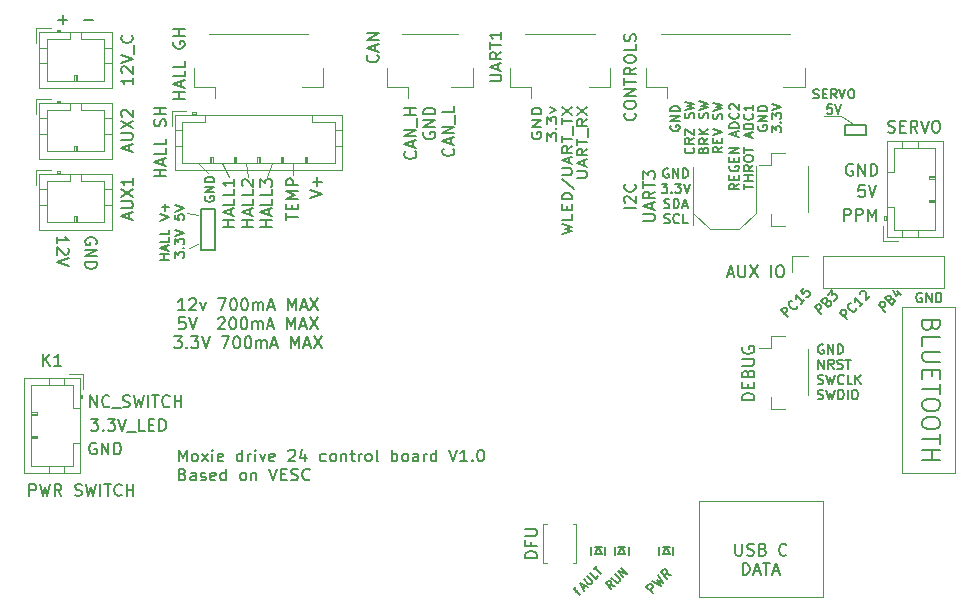
<source format=gbr>
%TF.GenerationSoftware,KiCad,Pcbnew,(5.99.0-9885-g7a8abcadd2)*%
%TF.CreationDate,2021-03-24T01:14:47-05:00*%
%TF.ProjectId,24_control_board,32345f63-6f6e-4747-926f-6c5f626f6172,rev?*%
%TF.SameCoordinates,Original*%
%TF.FileFunction,Legend,Top*%
%TF.FilePolarity,Positive*%
%FSLAX46Y46*%
G04 Gerber Fmt 4.6, Leading zero omitted, Abs format (unit mm)*
G04 Created by KiCad (PCBNEW (5.99.0-9885-g7a8abcadd2)) date 2021-03-24 01:14:47*
%MOMM*%
%LPD*%
G01*
G04 APERTURE LIST*
%ADD10C,0.150000*%
%ADD11C,0.120000*%
%ADD12C,0.200000*%
%ADD13C,0.130000*%
G04 APERTURE END LIST*
D10*
X97242857Y-103452380D02*
X97242857Y-102452380D01*
X97814285Y-103452380D01*
X97814285Y-102452380D01*
X98861904Y-103357142D02*
X98814285Y-103404761D01*
X98671428Y-103452380D01*
X98576190Y-103452380D01*
X98433333Y-103404761D01*
X98338095Y-103309523D01*
X98290476Y-103214285D01*
X98242857Y-103023809D01*
X98242857Y-102880952D01*
X98290476Y-102690476D01*
X98338095Y-102595238D01*
X98433333Y-102500000D01*
X98576190Y-102452380D01*
X98671428Y-102452380D01*
X98814285Y-102500000D01*
X98861904Y-102547619D01*
X99052380Y-103547619D02*
X99814285Y-103547619D01*
X100004761Y-103404761D02*
X100147619Y-103452380D01*
X100385714Y-103452380D01*
X100480952Y-103404761D01*
X100528571Y-103357142D01*
X100576190Y-103261904D01*
X100576190Y-103166666D01*
X100528571Y-103071428D01*
X100480952Y-103023809D01*
X100385714Y-102976190D01*
X100195238Y-102928571D01*
X100100000Y-102880952D01*
X100052380Y-102833333D01*
X100004761Y-102738095D01*
X100004761Y-102642857D01*
X100052380Y-102547619D01*
X100100000Y-102500000D01*
X100195238Y-102452380D01*
X100433333Y-102452380D01*
X100576190Y-102500000D01*
X100909523Y-102452380D02*
X101147619Y-103452380D01*
X101338095Y-102738095D01*
X101528571Y-103452380D01*
X101766666Y-102452380D01*
X102147619Y-103452380D02*
X102147619Y-102452380D01*
X102480952Y-102452380D02*
X103052380Y-102452380D01*
X102766666Y-103452380D02*
X102766666Y-102452380D01*
X103957142Y-103357142D02*
X103909523Y-103404761D01*
X103766666Y-103452380D01*
X103671428Y-103452380D01*
X103528571Y-103404761D01*
X103433333Y-103309523D01*
X103385714Y-103214285D01*
X103338095Y-103023809D01*
X103338095Y-102880952D01*
X103385714Y-102690476D01*
X103433333Y-102595238D01*
X103528571Y-102500000D01*
X103671428Y-102452380D01*
X103766666Y-102452380D01*
X103909523Y-102500000D01*
X103957142Y-102547619D01*
X104385714Y-103452380D02*
X104385714Y-102452380D01*
X104385714Y-102928571D02*
X104957142Y-102928571D01*
X104957142Y-103452380D02*
X104957142Y-102452380D01*
X97285714Y-104452380D02*
X97904761Y-104452380D01*
X97571428Y-104833333D01*
X97714285Y-104833333D01*
X97809523Y-104880952D01*
X97857142Y-104928571D01*
X97904761Y-105023809D01*
X97904761Y-105261904D01*
X97857142Y-105357142D01*
X97809523Y-105404761D01*
X97714285Y-105452380D01*
X97428571Y-105452380D01*
X97333333Y-105404761D01*
X97285714Y-105357142D01*
X98333333Y-105357142D02*
X98380952Y-105404761D01*
X98333333Y-105452380D01*
X98285714Y-105404761D01*
X98333333Y-105357142D01*
X98333333Y-105452380D01*
X98714285Y-104452380D02*
X99333333Y-104452380D01*
X99000000Y-104833333D01*
X99142857Y-104833333D01*
X99238095Y-104880952D01*
X99285714Y-104928571D01*
X99333333Y-105023809D01*
X99333333Y-105261904D01*
X99285714Y-105357142D01*
X99238095Y-105404761D01*
X99142857Y-105452380D01*
X98857142Y-105452380D01*
X98761904Y-105404761D01*
X98714285Y-105357142D01*
X99619047Y-104452380D02*
X99952380Y-105452380D01*
X100285714Y-104452380D01*
X100380952Y-105547619D02*
X101142857Y-105547619D01*
X101857142Y-105452380D02*
X101380952Y-105452380D01*
X101380952Y-104452380D01*
X102190476Y-104928571D02*
X102523809Y-104928571D01*
X102666666Y-105452380D02*
X102190476Y-105452380D01*
X102190476Y-104452380D01*
X102666666Y-104452380D01*
X103095238Y-105452380D02*
X103095238Y-104452380D01*
X103333333Y-104452380D01*
X103476190Y-104500000D01*
X103571428Y-104595238D01*
X103619047Y-104690476D01*
X103666666Y-104880952D01*
X103666666Y-105023809D01*
X103619047Y-105214285D01*
X103571428Y-105309523D01*
X103476190Y-105404761D01*
X103333333Y-105452380D01*
X103095238Y-105452380D01*
X97738095Y-106500000D02*
X97642857Y-106452380D01*
X97500000Y-106452380D01*
X97357142Y-106500000D01*
X97261904Y-106595238D01*
X97214285Y-106690476D01*
X97166666Y-106880952D01*
X97166666Y-107023809D01*
X97214285Y-107214285D01*
X97261904Y-107309523D01*
X97357142Y-107404761D01*
X97500000Y-107452380D01*
X97595238Y-107452380D01*
X97738095Y-107404761D01*
X97785714Y-107357142D01*
X97785714Y-107023809D01*
X97595238Y-107023809D01*
X98214285Y-107452380D02*
X98214285Y-106452380D01*
X98785714Y-107452380D01*
X98785714Y-106452380D01*
X99261904Y-107452380D02*
X99261904Y-106452380D01*
X99500000Y-106452380D01*
X99642857Y-106500000D01*
X99738095Y-106595238D01*
X99785714Y-106690476D01*
X99833333Y-106880952D01*
X99833333Y-107023809D01*
X99785714Y-107214285D01*
X99738095Y-107309523D01*
X99642857Y-107404761D01*
X99500000Y-107452380D01*
X99261904Y-107452380D01*
X92095238Y-110952380D02*
X92095238Y-109952380D01*
X92476190Y-109952380D01*
X92571428Y-110000000D01*
X92619047Y-110047619D01*
X92666666Y-110142857D01*
X92666666Y-110285714D01*
X92619047Y-110380952D01*
X92571428Y-110428571D01*
X92476190Y-110476190D01*
X92095238Y-110476190D01*
X93000000Y-109952380D02*
X93238095Y-110952380D01*
X93428571Y-110238095D01*
X93619047Y-110952380D01*
X93857142Y-109952380D01*
X94809523Y-110952380D02*
X94476190Y-110476190D01*
X94238095Y-110952380D02*
X94238095Y-109952380D01*
X94619047Y-109952380D01*
X94714285Y-110000000D01*
X94761904Y-110047619D01*
X94809523Y-110142857D01*
X94809523Y-110285714D01*
X94761904Y-110380952D01*
X94714285Y-110428571D01*
X94619047Y-110476190D01*
X94238095Y-110476190D01*
X95952380Y-110904761D02*
X96095238Y-110952380D01*
X96333333Y-110952380D01*
X96428571Y-110904761D01*
X96476190Y-110857142D01*
X96523809Y-110761904D01*
X96523809Y-110666666D01*
X96476190Y-110571428D01*
X96428571Y-110523809D01*
X96333333Y-110476190D01*
X96142857Y-110428571D01*
X96047619Y-110380952D01*
X96000000Y-110333333D01*
X95952380Y-110238095D01*
X95952380Y-110142857D01*
X96000000Y-110047619D01*
X96047619Y-110000000D01*
X96142857Y-109952380D01*
X96380952Y-109952380D01*
X96523809Y-110000000D01*
X96857142Y-109952380D02*
X97095238Y-110952380D01*
X97285714Y-110238095D01*
X97476190Y-110952380D01*
X97714285Y-109952380D01*
X98095238Y-110952380D02*
X98095238Y-109952380D01*
X98428571Y-109952380D02*
X99000000Y-109952380D01*
X98714285Y-110952380D02*
X98714285Y-109952380D01*
X99904761Y-110857142D02*
X99857142Y-110904761D01*
X99714285Y-110952380D01*
X99619047Y-110952380D01*
X99476190Y-110904761D01*
X99380952Y-110809523D01*
X99333333Y-110714285D01*
X99285714Y-110523809D01*
X99285714Y-110380952D01*
X99333333Y-110190476D01*
X99380952Y-110095238D01*
X99476190Y-110000000D01*
X99619047Y-109952380D01*
X99714285Y-109952380D01*
X99857142Y-110000000D01*
X99904761Y-110047619D01*
X100333333Y-110952380D02*
X100333333Y-109952380D01*
X100333333Y-110428571D02*
X100904761Y-110428571D01*
X100904761Y-110952380D02*
X100904761Y-109952380D01*
D11*
X159400000Y-78800000D02*
X160800000Y-78800000D01*
X148300000Y-83100000D02*
X148300000Y-88000000D01*
X105600000Y-90000000D02*
X106400000Y-89600000D01*
X112200000Y-84000000D02*
X112600000Y-82800000D01*
X114400000Y-83800000D02*
X114400000Y-82800000D01*
X152200000Y-88400000D02*
X149700000Y-88400000D01*
X107200000Y-83600000D02*
X106400000Y-82800000D01*
X149700000Y-88400000D02*
X148300000Y-87000000D01*
X105400000Y-87000000D02*
X106400000Y-87200000D01*
X148750000Y-119500000D02*
X159250000Y-119500000D01*
X159250000Y-119500000D02*
X159250000Y-111375000D01*
X159250000Y-111375000D02*
X148750000Y-111375000D01*
X148750000Y-111375000D02*
X148750000Y-119500000D01*
X166000000Y-95000000D02*
X170500000Y-95000000D01*
X170500000Y-95000000D02*
X170500000Y-109000000D01*
X170500000Y-109000000D02*
X166000000Y-109000000D01*
X166000000Y-109000000D02*
X166000000Y-95000000D01*
X153600000Y-83000000D02*
X153600000Y-87000000D01*
X109000000Y-84000000D02*
X108400000Y-82800000D01*
X160800000Y-78800000D02*
X162000000Y-79560000D01*
X153600000Y-87000000D02*
X152200000Y-88400000D01*
X110600000Y-84000000D02*
X110400000Y-82800000D01*
D10*
X162809523Y-84652380D02*
X162333333Y-84652380D01*
X162285714Y-85128571D01*
X162333333Y-85080952D01*
X162428571Y-85033333D01*
X162666666Y-85033333D01*
X162761904Y-85080952D01*
X162809523Y-85128571D01*
X162857142Y-85223809D01*
X162857142Y-85461904D01*
X162809523Y-85557142D01*
X162761904Y-85604761D01*
X162666666Y-85652380D01*
X162428571Y-85652380D01*
X162333333Y-85604761D01*
X162285714Y-85557142D01*
X163142857Y-84652380D02*
X163476190Y-85652380D01*
X163809523Y-84652380D01*
X100566666Y-87514285D02*
X100566666Y-87038095D01*
X100852380Y-87609523D02*
X99852380Y-87276190D01*
X100852380Y-86942857D01*
X99852380Y-86609523D02*
X100661904Y-86609523D01*
X100757142Y-86561904D01*
X100804761Y-86514285D01*
X100852380Y-86419047D01*
X100852380Y-86228571D01*
X100804761Y-86133333D01*
X100757142Y-86085714D01*
X100661904Y-86038095D01*
X99852380Y-86038095D01*
X99852380Y-85657142D02*
X100852380Y-84990476D01*
X99852380Y-84990476D02*
X100852380Y-85657142D01*
X100852380Y-84085714D02*
X100852380Y-84657142D01*
X100852380Y-84371428D02*
X99852380Y-84371428D01*
X99995238Y-84466666D01*
X100090476Y-84561904D01*
X100138095Y-84657142D01*
X164809523Y-80154761D02*
X164952380Y-80202380D01*
X165190476Y-80202380D01*
X165285714Y-80154761D01*
X165333333Y-80107142D01*
X165380952Y-80011904D01*
X165380952Y-79916666D01*
X165333333Y-79821428D01*
X165285714Y-79773809D01*
X165190476Y-79726190D01*
X165000000Y-79678571D01*
X164904761Y-79630952D01*
X164857142Y-79583333D01*
X164809523Y-79488095D01*
X164809523Y-79392857D01*
X164857142Y-79297619D01*
X164904761Y-79250000D01*
X165000000Y-79202380D01*
X165238095Y-79202380D01*
X165380952Y-79250000D01*
X165809523Y-79678571D02*
X166142857Y-79678571D01*
X166285714Y-80202380D02*
X165809523Y-80202380D01*
X165809523Y-79202380D01*
X166285714Y-79202380D01*
X167285714Y-80202380D02*
X166952380Y-79726190D01*
X166714285Y-80202380D02*
X166714285Y-79202380D01*
X167095238Y-79202380D01*
X167190476Y-79250000D01*
X167238095Y-79297619D01*
X167285714Y-79392857D01*
X167285714Y-79535714D01*
X167238095Y-79630952D01*
X167190476Y-79678571D01*
X167095238Y-79726190D01*
X166714285Y-79726190D01*
X167571428Y-79202380D02*
X167904761Y-80202380D01*
X168238095Y-79202380D01*
X168761904Y-79202380D02*
X168952380Y-79202380D01*
X169047619Y-79250000D01*
X169142857Y-79345238D01*
X169190476Y-79535714D01*
X169190476Y-79869047D01*
X169142857Y-80059523D01*
X169047619Y-80154761D01*
X168952380Y-80202380D01*
X168761904Y-80202380D01*
X168666666Y-80154761D01*
X168571428Y-80059523D01*
X168523809Y-79869047D01*
X168523809Y-79535714D01*
X168571428Y-79345238D01*
X168666666Y-79250000D01*
X168761904Y-79202380D01*
X164555532Y-95356277D02*
X163989847Y-94790592D01*
X164205346Y-94575093D01*
X164286158Y-94548155D01*
X164340033Y-94548155D01*
X164420845Y-94575093D01*
X164501658Y-94655905D01*
X164528595Y-94736717D01*
X164528595Y-94790592D01*
X164501658Y-94871404D01*
X164286158Y-95086903D01*
X165013468Y-94305719D02*
X165121218Y-94251844D01*
X165175093Y-94251844D01*
X165255905Y-94278781D01*
X165336717Y-94359593D01*
X165363654Y-94440406D01*
X165363654Y-94494280D01*
X165336717Y-94575093D01*
X165121218Y-94790592D01*
X164555532Y-94224906D01*
X164744094Y-94036345D01*
X164824906Y-94009407D01*
X164878781Y-94009407D01*
X164959593Y-94036345D01*
X165013468Y-94090219D01*
X165040406Y-94171032D01*
X165040406Y-94224906D01*
X165013468Y-94305719D01*
X164824906Y-94494280D01*
X165552216Y-93605346D02*
X165929340Y-93982470D01*
X165202030Y-93524534D02*
X165471404Y-94063282D01*
X165821590Y-93713096D01*
X159307023Y-98168000D02*
X159230833Y-98129904D01*
X159116547Y-98129904D01*
X159002261Y-98168000D01*
X158926071Y-98244190D01*
X158887976Y-98320380D01*
X158849880Y-98472761D01*
X158849880Y-98587047D01*
X158887976Y-98739428D01*
X158926071Y-98815619D01*
X159002261Y-98891809D01*
X159116547Y-98929904D01*
X159192738Y-98929904D01*
X159307023Y-98891809D01*
X159345119Y-98853714D01*
X159345119Y-98587047D01*
X159192738Y-98587047D01*
X159687976Y-98929904D02*
X159687976Y-98129904D01*
X160145119Y-98929904D01*
X160145119Y-98129904D01*
X160526071Y-98929904D02*
X160526071Y-98129904D01*
X160716547Y-98129904D01*
X160830833Y-98168000D01*
X160907023Y-98244190D01*
X160945119Y-98320380D01*
X160983214Y-98472761D01*
X160983214Y-98587047D01*
X160945119Y-98739428D01*
X160907023Y-98815619D01*
X160830833Y-98891809D01*
X160716547Y-98929904D01*
X160526071Y-98929904D01*
X158887976Y-100217904D02*
X158887976Y-99417904D01*
X159345119Y-100217904D01*
X159345119Y-99417904D01*
X160183214Y-100217904D02*
X159916547Y-99836952D01*
X159726071Y-100217904D02*
X159726071Y-99417904D01*
X160030833Y-99417904D01*
X160107023Y-99456000D01*
X160145119Y-99494095D01*
X160183214Y-99570285D01*
X160183214Y-99684571D01*
X160145119Y-99760761D01*
X160107023Y-99798857D01*
X160030833Y-99836952D01*
X159726071Y-99836952D01*
X160487976Y-100179809D02*
X160602261Y-100217904D01*
X160792738Y-100217904D01*
X160868928Y-100179809D01*
X160907023Y-100141714D01*
X160945119Y-100065523D01*
X160945119Y-99989333D01*
X160907023Y-99913142D01*
X160868928Y-99875047D01*
X160792738Y-99836952D01*
X160640357Y-99798857D01*
X160564166Y-99760761D01*
X160526071Y-99722666D01*
X160487976Y-99646476D01*
X160487976Y-99570285D01*
X160526071Y-99494095D01*
X160564166Y-99456000D01*
X160640357Y-99417904D01*
X160830833Y-99417904D01*
X160945119Y-99456000D01*
X161173690Y-99417904D02*
X161630833Y-99417904D01*
X161402261Y-100217904D02*
X161402261Y-99417904D01*
X158849880Y-101467809D02*
X158964166Y-101505904D01*
X159154642Y-101505904D01*
X159230833Y-101467809D01*
X159268928Y-101429714D01*
X159307023Y-101353523D01*
X159307023Y-101277333D01*
X159268928Y-101201142D01*
X159230833Y-101163047D01*
X159154642Y-101124952D01*
X159002261Y-101086857D01*
X158926071Y-101048761D01*
X158887976Y-101010666D01*
X158849880Y-100934476D01*
X158849880Y-100858285D01*
X158887976Y-100782095D01*
X158926071Y-100744000D01*
X159002261Y-100705904D01*
X159192738Y-100705904D01*
X159307023Y-100744000D01*
X159573690Y-100705904D02*
X159764166Y-101505904D01*
X159916547Y-100934476D01*
X160068928Y-101505904D01*
X160259404Y-100705904D01*
X161021309Y-101429714D02*
X160983214Y-101467809D01*
X160868928Y-101505904D01*
X160792738Y-101505904D01*
X160678452Y-101467809D01*
X160602261Y-101391619D01*
X160564166Y-101315428D01*
X160526071Y-101163047D01*
X160526071Y-101048761D01*
X160564166Y-100896380D01*
X160602261Y-100820190D01*
X160678452Y-100744000D01*
X160792738Y-100705904D01*
X160868928Y-100705904D01*
X160983214Y-100744000D01*
X161021309Y-100782095D01*
X161745119Y-101505904D02*
X161364166Y-101505904D01*
X161364166Y-100705904D01*
X162011785Y-101505904D02*
X162011785Y-100705904D01*
X162468928Y-101505904D02*
X162126071Y-101048761D01*
X162468928Y-100705904D02*
X162011785Y-101163047D01*
X158849880Y-102755809D02*
X158964166Y-102793904D01*
X159154642Y-102793904D01*
X159230833Y-102755809D01*
X159268928Y-102717714D01*
X159307023Y-102641523D01*
X159307023Y-102565333D01*
X159268928Y-102489142D01*
X159230833Y-102451047D01*
X159154642Y-102412952D01*
X159002261Y-102374857D01*
X158926071Y-102336761D01*
X158887976Y-102298666D01*
X158849880Y-102222476D01*
X158849880Y-102146285D01*
X158887976Y-102070095D01*
X158926071Y-102032000D01*
X159002261Y-101993904D01*
X159192738Y-101993904D01*
X159307023Y-102032000D01*
X159573690Y-101993904D02*
X159764166Y-102793904D01*
X159916547Y-102222476D01*
X160068928Y-102793904D01*
X160259404Y-101993904D01*
X160564166Y-102793904D02*
X160564166Y-101993904D01*
X160754642Y-101993904D01*
X160868928Y-102032000D01*
X160945119Y-102108190D01*
X160983214Y-102184380D01*
X161021309Y-102336761D01*
X161021309Y-102451047D01*
X160983214Y-102603428D01*
X160945119Y-102679619D01*
X160868928Y-102755809D01*
X160754642Y-102793904D01*
X160564166Y-102793904D01*
X161364166Y-102793904D02*
X161364166Y-101993904D01*
X161897500Y-101993904D02*
X162049880Y-101993904D01*
X162126071Y-102032000D01*
X162202261Y-102108190D01*
X162240357Y-102260571D01*
X162240357Y-102527238D01*
X162202261Y-102679619D01*
X162126071Y-102755809D01*
X162049880Y-102793904D01*
X161897500Y-102793904D01*
X161821309Y-102755809D01*
X161745119Y-102679619D01*
X161707023Y-102527238D01*
X161707023Y-102260571D01*
X161745119Y-102108190D01*
X161821309Y-102032000D01*
X161897500Y-101993904D01*
X100566666Y-81714285D02*
X100566666Y-81238095D01*
X100852380Y-81809523D02*
X99852380Y-81476190D01*
X100852380Y-81142857D01*
X99852380Y-80809523D02*
X100661904Y-80809523D01*
X100757142Y-80761904D01*
X100804761Y-80714285D01*
X100852380Y-80619047D01*
X100852380Y-80428571D01*
X100804761Y-80333333D01*
X100757142Y-80285714D01*
X100661904Y-80238095D01*
X99852380Y-80238095D01*
X99852380Y-79857142D02*
X100852380Y-79190476D01*
X99852380Y-79190476D02*
X100852380Y-79857142D01*
X99947619Y-78857142D02*
X99900000Y-78809523D01*
X99852380Y-78714285D01*
X99852380Y-78476190D01*
X99900000Y-78380952D01*
X99947619Y-78333333D01*
X100042857Y-78285714D01*
X100138095Y-78285714D01*
X100280952Y-78333333D01*
X100852380Y-78904761D01*
X100852380Y-78285714D01*
X161066666Y-87652380D02*
X161066666Y-86652380D01*
X161447619Y-86652380D01*
X161542857Y-86700000D01*
X161590476Y-86747619D01*
X161638095Y-86842857D01*
X161638095Y-86985714D01*
X161590476Y-87080952D01*
X161542857Y-87128571D01*
X161447619Y-87176190D01*
X161066666Y-87176190D01*
X162066666Y-87652380D02*
X162066666Y-86652380D01*
X162447619Y-86652380D01*
X162542857Y-86700000D01*
X162590476Y-86747619D01*
X162638095Y-86842857D01*
X162638095Y-86985714D01*
X162590476Y-87080952D01*
X162542857Y-87128571D01*
X162447619Y-87176190D01*
X162066666Y-87176190D01*
X163066666Y-87652380D02*
X163066666Y-86652380D01*
X163400000Y-87366666D01*
X163733333Y-86652380D01*
X163733333Y-87652380D01*
X143447380Y-86576190D02*
X142447380Y-86576190D01*
X142542619Y-86147619D02*
X142495000Y-86100000D01*
X142447380Y-86004761D01*
X142447380Y-85766666D01*
X142495000Y-85671428D01*
X142542619Y-85623809D01*
X142637857Y-85576190D01*
X142733095Y-85576190D01*
X142875952Y-85623809D01*
X143447380Y-86195238D01*
X143447380Y-85576190D01*
X143352142Y-84576190D02*
X143399761Y-84623809D01*
X143447380Y-84766666D01*
X143447380Y-84861904D01*
X143399761Y-85004761D01*
X143304523Y-85100000D01*
X143209285Y-85147619D01*
X143018809Y-85195238D01*
X142875952Y-85195238D01*
X142685476Y-85147619D01*
X142590238Y-85100000D01*
X142495000Y-85004761D01*
X142447380Y-84861904D01*
X142447380Y-84766666D01*
X142495000Y-84623809D01*
X142542619Y-84576190D01*
X144057380Y-87671428D02*
X144866904Y-87671428D01*
X144962142Y-87623809D01*
X145009761Y-87576190D01*
X145057380Y-87480952D01*
X145057380Y-87290476D01*
X145009761Y-87195238D01*
X144962142Y-87147619D01*
X144866904Y-87100000D01*
X144057380Y-87100000D01*
X144771666Y-86671428D02*
X144771666Y-86195238D01*
X145057380Y-86766666D02*
X144057380Y-86433333D01*
X145057380Y-86100000D01*
X145057380Y-85195238D02*
X144581190Y-85528571D01*
X145057380Y-85766666D02*
X144057380Y-85766666D01*
X144057380Y-85385714D01*
X144105000Y-85290476D01*
X144152619Y-85242857D01*
X144247857Y-85195238D01*
X144390714Y-85195238D01*
X144485952Y-85242857D01*
X144533571Y-85290476D01*
X144581190Y-85385714D01*
X144581190Y-85766666D01*
X144057380Y-84909523D02*
X144057380Y-84338095D01*
X145057380Y-84623809D02*
X144057380Y-84623809D01*
X144057380Y-84100000D02*
X144057380Y-83480952D01*
X144438333Y-83814285D01*
X144438333Y-83671428D01*
X144485952Y-83576190D01*
X144533571Y-83528571D01*
X144628809Y-83480952D01*
X144866904Y-83480952D01*
X144962142Y-83528571D01*
X145009761Y-83576190D01*
X145057380Y-83671428D01*
X145057380Y-83957142D01*
X145009761Y-84052380D01*
X144962142Y-84100000D01*
X161788095Y-82900000D02*
X161692857Y-82852380D01*
X161550000Y-82852380D01*
X161407142Y-82900000D01*
X161311904Y-82995238D01*
X161264285Y-83090476D01*
X161216666Y-83280952D01*
X161216666Y-83423809D01*
X161264285Y-83614285D01*
X161311904Y-83709523D01*
X161407142Y-83804761D01*
X161550000Y-83852380D01*
X161645238Y-83852380D01*
X161788095Y-83804761D01*
X161835714Y-83757142D01*
X161835714Y-83423809D01*
X161645238Y-83423809D01*
X162264285Y-83852380D02*
X162264285Y-82852380D01*
X162835714Y-83852380D01*
X162835714Y-82852380D01*
X163311904Y-83852380D02*
X163311904Y-82852380D01*
X163550000Y-82852380D01*
X163692857Y-82900000D01*
X163788095Y-82995238D01*
X163835714Y-83090476D01*
X163883333Y-83280952D01*
X163883333Y-83423809D01*
X163835714Y-83614285D01*
X163788095Y-83709523D01*
X163692857Y-83804761D01*
X163550000Y-83852380D01*
X163311904Y-83852380D01*
X153452380Y-102838095D02*
X152452380Y-102838095D01*
X152452380Y-102600000D01*
X152500000Y-102457142D01*
X152595238Y-102361904D01*
X152690476Y-102314285D01*
X152880952Y-102266666D01*
X153023809Y-102266666D01*
X153214285Y-102314285D01*
X153309523Y-102361904D01*
X153404761Y-102457142D01*
X153452380Y-102600000D01*
X153452380Y-102838095D01*
X152928571Y-101838095D02*
X152928571Y-101504761D01*
X153452380Y-101361904D02*
X153452380Y-101838095D01*
X152452380Y-101838095D01*
X152452380Y-101361904D01*
X152928571Y-100600000D02*
X152976190Y-100457142D01*
X153023809Y-100409523D01*
X153119047Y-100361904D01*
X153261904Y-100361904D01*
X153357142Y-100409523D01*
X153404761Y-100457142D01*
X153452380Y-100552380D01*
X153452380Y-100933333D01*
X152452380Y-100933333D01*
X152452380Y-100600000D01*
X152500000Y-100504761D01*
X152547619Y-100457142D01*
X152642857Y-100409523D01*
X152738095Y-100409523D01*
X152833333Y-100457142D01*
X152880952Y-100504761D01*
X152928571Y-100600000D01*
X152928571Y-100933333D01*
X152452380Y-99933333D02*
X153261904Y-99933333D01*
X153357142Y-99885714D01*
X153404761Y-99838095D01*
X153452380Y-99742857D01*
X153452380Y-99552380D01*
X153404761Y-99457142D01*
X153357142Y-99409523D01*
X153261904Y-99361904D01*
X152452380Y-99361904D01*
X152500000Y-98361904D02*
X152452380Y-98457142D01*
X152452380Y-98600000D01*
X152500000Y-98742857D01*
X152595238Y-98838095D01*
X152690476Y-98885714D01*
X152880952Y-98933333D01*
X153023809Y-98933333D01*
X153214285Y-98885714D01*
X153309523Y-98838095D01*
X153404761Y-98742857D01*
X153452380Y-98600000D01*
X153452380Y-98504761D01*
X153404761Y-98361904D01*
X153357142Y-98314285D01*
X153023809Y-98314285D01*
X153023809Y-98504761D01*
X103652380Y-83904761D02*
X102652380Y-83904761D01*
X103128571Y-83904761D02*
X103128571Y-83333333D01*
X103652380Y-83333333D02*
X102652380Y-83333333D01*
X103366666Y-82904761D02*
X103366666Y-82428571D01*
X103652380Y-83000000D02*
X102652380Y-82666666D01*
X103652380Y-82333333D01*
X103652380Y-81523809D02*
X103652380Y-82000000D01*
X102652380Y-82000000D01*
X103652380Y-80714285D02*
X103652380Y-81190476D01*
X102652380Y-81190476D01*
X103604761Y-79666666D02*
X103652380Y-79523809D01*
X103652380Y-79285714D01*
X103604761Y-79190476D01*
X103557142Y-79142857D01*
X103461904Y-79095238D01*
X103366666Y-79095238D01*
X103271428Y-79142857D01*
X103223809Y-79190476D01*
X103176190Y-79285714D01*
X103128571Y-79476190D01*
X103080952Y-79571428D01*
X103033333Y-79619047D01*
X102938095Y-79666666D01*
X102842857Y-79666666D01*
X102747619Y-79619047D01*
X102700000Y-79571428D01*
X102652380Y-79476190D01*
X102652380Y-79238095D01*
X102700000Y-79095238D01*
X103652380Y-78666666D02*
X102652380Y-78666666D01*
X103128571Y-78666666D02*
X103128571Y-78095238D01*
X103652380Y-78095238D02*
X102652380Y-78095238D01*
X150761904Y-81400000D02*
X150380952Y-81666666D01*
X150761904Y-81857142D02*
X149961904Y-81857142D01*
X149961904Y-81552380D01*
X150000000Y-81476190D01*
X150038095Y-81438095D01*
X150114285Y-81400000D01*
X150228571Y-81400000D01*
X150304761Y-81438095D01*
X150342857Y-81476190D01*
X150380952Y-81552380D01*
X150380952Y-81857142D01*
X150342857Y-81057142D02*
X150342857Y-80790476D01*
X150761904Y-80676190D02*
X150761904Y-81057142D01*
X149961904Y-81057142D01*
X149961904Y-80676190D01*
X149961904Y-80447619D02*
X150761904Y-80180952D01*
X149961904Y-79914285D01*
X150723809Y-79076190D02*
X150761904Y-78961904D01*
X150761904Y-78771428D01*
X150723809Y-78695238D01*
X150685714Y-78657142D01*
X150609523Y-78619047D01*
X150533333Y-78619047D01*
X150457142Y-78657142D01*
X150419047Y-78695238D01*
X150380952Y-78771428D01*
X150342857Y-78923809D01*
X150304761Y-79000000D01*
X150266666Y-79038095D01*
X150190476Y-79076190D01*
X150114285Y-79076190D01*
X150038095Y-79038095D01*
X150000000Y-79000000D01*
X149961904Y-78923809D01*
X149961904Y-78733333D01*
X150000000Y-78619047D01*
X149961904Y-78352380D02*
X150761904Y-78161904D01*
X150190476Y-78009523D01*
X150761904Y-77857142D01*
X149961904Y-77666666D01*
X104735595Y-108047380D02*
X104735595Y-107047380D01*
X105068928Y-107761666D01*
X105402261Y-107047380D01*
X105402261Y-108047380D01*
X106021309Y-108047380D02*
X105926071Y-107999761D01*
X105878452Y-107952142D01*
X105830833Y-107856904D01*
X105830833Y-107571190D01*
X105878452Y-107475952D01*
X105926071Y-107428333D01*
X106021309Y-107380714D01*
X106164166Y-107380714D01*
X106259404Y-107428333D01*
X106307023Y-107475952D01*
X106354642Y-107571190D01*
X106354642Y-107856904D01*
X106307023Y-107952142D01*
X106259404Y-107999761D01*
X106164166Y-108047380D01*
X106021309Y-108047380D01*
X106687976Y-108047380D02*
X107211785Y-107380714D01*
X106687976Y-107380714D02*
X107211785Y-108047380D01*
X107592738Y-108047380D02*
X107592738Y-107380714D01*
X107592738Y-107047380D02*
X107545119Y-107095000D01*
X107592738Y-107142619D01*
X107640357Y-107095000D01*
X107592738Y-107047380D01*
X107592738Y-107142619D01*
X108449880Y-107999761D02*
X108354642Y-108047380D01*
X108164166Y-108047380D01*
X108068928Y-107999761D01*
X108021309Y-107904523D01*
X108021309Y-107523571D01*
X108068928Y-107428333D01*
X108164166Y-107380714D01*
X108354642Y-107380714D01*
X108449880Y-107428333D01*
X108497500Y-107523571D01*
X108497500Y-107618809D01*
X108021309Y-107714047D01*
X110116547Y-108047380D02*
X110116547Y-107047380D01*
X110116547Y-107999761D02*
X110021309Y-108047380D01*
X109830833Y-108047380D01*
X109735595Y-107999761D01*
X109687976Y-107952142D01*
X109640357Y-107856904D01*
X109640357Y-107571190D01*
X109687976Y-107475952D01*
X109735595Y-107428333D01*
X109830833Y-107380714D01*
X110021309Y-107380714D01*
X110116547Y-107428333D01*
X110592738Y-108047380D02*
X110592738Y-107380714D01*
X110592738Y-107571190D02*
X110640357Y-107475952D01*
X110687976Y-107428333D01*
X110783214Y-107380714D01*
X110878452Y-107380714D01*
X111211785Y-108047380D02*
X111211785Y-107380714D01*
X111211785Y-107047380D02*
X111164166Y-107095000D01*
X111211785Y-107142619D01*
X111259404Y-107095000D01*
X111211785Y-107047380D01*
X111211785Y-107142619D01*
X111592738Y-107380714D02*
X111830833Y-108047380D01*
X112068928Y-107380714D01*
X112830833Y-107999761D02*
X112735595Y-108047380D01*
X112545119Y-108047380D01*
X112449880Y-107999761D01*
X112402261Y-107904523D01*
X112402261Y-107523571D01*
X112449880Y-107428333D01*
X112545119Y-107380714D01*
X112735595Y-107380714D01*
X112830833Y-107428333D01*
X112878452Y-107523571D01*
X112878452Y-107618809D01*
X112402261Y-107714047D01*
X114021309Y-107142619D02*
X114068928Y-107095000D01*
X114164166Y-107047380D01*
X114402261Y-107047380D01*
X114497500Y-107095000D01*
X114545119Y-107142619D01*
X114592738Y-107237857D01*
X114592738Y-107333095D01*
X114545119Y-107475952D01*
X113973690Y-108047380D01*
X114592738Y-108047380D01*
X115449880Y-107380714D02*
X115449880Y-108047380D01*
X115211785Y-106999761D02*
X114973690Y-107714047D01*
X115592738Y-107714047D01*
X117164166Y-107999761D02*
X117068928Y-108047380D01*
X116878452Y-108047380D01*
X116783214Y-107999761D01*
X116735595Y-107952142D01*
X116687976Y-107856904D01*
X116687976Y-107571190D01*
X116735595Y-107475952D01*
X116783214Y-107428333D01*
X116878452Y-107380714D01*
X117068928Y-107380714D01*
X117164166Y-107428333D01*
X117735595Y-108047380D02*
X117640357Y-107999761D01*
X117592738Y-107952142D01*
X117545119Y-107856904D01*
X117545119Y-107571190D01*
X117592738Y-107475952D01*
X117640357Y-107428333D01*
X117735595Y-107380714D01*
X117878452Y-107380714D01*
X117973690Y-107428333D01*
X118021309Y-107475952D01*
X118068928Y-107571190D01*
X118068928Y-107856904D01*
X118021309Y-107952142D01*
X117973690Y-107999761D01*
X117878452Y-108047380D01*
X117735595Y-108047380D01*
X118497500Y-107380714D02*
X118497500Y-108047380D01*
X118497500Y-107475952D02*
X118545119Y-107428333D01*
X118640357Y-107380714D01*
X118783214Y-107380714D01*
X118878452Y-107428333D01*
X118926071Y-107523571D01*
X118926071Y-108047380D01*
X119259404Y-107380714D02*
X119640357Y-107380714D01*
X119402261Y-107047380D02*
X119402261Y-107904523D01*
X119449880Y-107999761D01*
X119545119Y-108047380D01*
X119640357Y-108047380D01*
X119973690Y-108047380D02*
X119973690Y-107380714D01*
X119973690Y-107571190D02*
X120021309Y-107475952D01*
X120068928Y-107428333D01*
X120164166Y-107380714D01*
X120259404Y-107380714D01*
X120735595Y-108047380D02*
X120640357Y-107999761D01*
X120592738Y-107952142D01*
X120545119Y-107856904D01*
X120545119Y-107571190D01*
X120592738Y-107475952D01*
X120640357Y-107428333D01*
X120735595Y-107380714D01*
X120878452Y-107380714D01*
X120973690Y-107428333D01*
X121021309Y-107475952D01*
X121068928Y-107571190D01*
X121068928Y-107856904D01*
X121021309Y-107952142D01*
X120973690Y-107999761D01*
X120878452Y-108047380D01*
X120735595Y-108047380D01*
X121640357Y-108047380D02*
X121545119Y-107999761D01*
X121497500Y-107904523D01*
X121497500Y-107047380D01*
X122783214Y-108047380D02*
X122783214Y-107047380D01*
X122783214Y-107428333D02*
X122878452Y-107380714D01*
X123068928Y-107380714D01*
X123164166Y-107428333D01*
X123211785Y-107475952D01*
X123259404Y-107571190D01*
X123259404Y-107856904D01*
X123211785Y-107952142D01*
X123164166Y-107999761D01*
X123068928Y-108047380D01*
X122878452Y-108047380D01*
X122783214Y-107999761D01*
X123830833Y-108047380D02*
X123735595Y-107999761D01*
X123687976Y-107952142D01*
X123640357Y-107856904D01*
X123640357Y-107571190D01*
X123687976Y-107475952D01*
X123735595Y-107428333D01*
X123830833Y-107380714D01*
X123973690Y-107380714D01*
X124068928Y-107428333D01*
X124116547Y-107475952D01*
X124164166Y-107571190D01*
X124164166Y-107856904D01*
X124116547Y-107952142D01*
X124068928Y-107999761D01*
X123973690Y-108047380D01*
X123830833Y-108047380D01*
X125021309Y-108047380D02*
X125021309Y-107523571D01*
X124973690Y-107428333D01*
X124878452Y-107380714D01*
X124687976Y-107380714D01*
X124592738Y-107428333D01*
X125021309Y-107999761D02*
X124926071Y-108047380D01*
X124687976Y-108047380D01*
X124592738Y-107999761D01*
X124545119Y-107904523D01*
X124545119Y-107809285D01*
X124592738Y-107714047D01*
X124687976Y-107666428D01*
X124926071Y-107666428D01*
X125021309Y-107618809D01*
X125497499Y-108047380D02*
X125497499Y-107380714D01*
X125497499Y-107571190D02*
X125545119Y-107475952D01*
X125592738Y-107428333D01*
X125687976Y-107380714D01*
X125783214Y-107380714D01*
X126545119Y-108047380D02*
X126545119Y-107047380D01*
X126545119Y-107999761D02*
X126449880Y-108047380D01*
X126259404Y-108047380D01*
X126164166Y-107999761D01*
X126116547Y-107952142D01*
X126068928Y-107856904D01*
X126068928Y-107571190D01*
X126116547Y-107475952D01*
X126164166Y-107428333D01*
X126259404Y-107380714D01*
X126449880Y-107380714D01*
X126545119Y-107428333D01*
X127640357Y-107047380D02*
X127973690Y-108047380D01*
X128307023Y-107047380D01*
X129164166Y-108047380D02*
X128592738Y-108047380D01*
X128878452Y-108047380D02*
X128878452Y-107047380D01*
X128783214Y-107190238D01*
X128687976Y-107285476D01*
X128592738Y-107333095D01*
X129592738Y-107952142D02*
X129640357Y-107999761D01*
X129592738Y-108047380D01*
X129545119Y-107999761D01*
X129592738Y-107952142D01*
X129592738Y-108047380D01*
X130259404Y-107047380D02*
X130354642Y-107047380D01*
X130449880Y-107095000D01*
X130497499Y-107142619D01*
X130545119Y-107237857D01*
X130592738Y-107428333D01*
X130592738Y-107666428D01*
X130545119Y-107856904D01*
X130497499Y-107952142D01*
X130449880Y-107999761D01*
X130354642Y-108047380D01*
X130259404Y-108047380D01*
X130164166Y-107999761D01*
X130116547Y-107952142D01*
X130068928Y-107856904D01*
X130021309Y-107666428D01*
X130021309Y-107428333D01*
X130068928Y-107237857D01*
X130116547Y-107142619D01*
X130164166Y-107095000D01*
X130259404Y-107047380D01*
X105068928Y-109133571D02*
X105211785Y-109181190D01*
X105259404Y-109228809D01*
X105307023Y-109324047D01*
X105307023Y-109466904D01*
X105259404Y-109562142D01*
X105211785Y-109609761D01*
X105116547Y-109657380D01*
X104735595Y-109657380D01*
X104735595Y-108657380D01*
X105068928Y-108657380D01*
X105164166Y-108705000D01*
X105211785Y-108752619D01*
X105259404Y-108847857D01*
X105259404Y-108943095D01*
X105211785Y-109038333D01*
X105164166Y-109085952D01*
X105068928Y-109133571D01*
X104735595Y-109133571D01*
X106164166Y-109657380D02*
X106164166Y-109133571D01*
X106116547Y-109038333D01*
X106021309Y-108990714D01*
X105830833Y-108990714D01*
X105735595Y-109038333D01*
X106164166Y-109609761D02*
X106068928Y-109657380D01*
X105830833Y-109657380D01*
X105735595Y-109609761D01*
X105687976Y-109514523D01*
X105687976Y-109419285D01*
X105735595Y-109324047D01*
X105830833Y-109276428D01*
X106068928Y-109276428D01*
X106164166Y-109228809D01*
X106592738Y-109609761D02*
X106687976Y-109657380D01*
X106878452Y-109657380D01*
X106973690Y-109609761D01*
X107021309Y-109514523D01*
X107021309Y-109466904D01*
X106973690Y-109371666D01*
X106878452Y-109324047D01*
X106735595Y-109324047D01*
X106640357Y-109276428D01*
X106592738Y-109181190D01*
X106592738Y-109133571D01*
X106640357Y-109038333D01*
X106735595Y-108990714D01*
X106878452Y-108990714D01*
X106973690Y-109038333D01*
X107830833Y-109609761D02*
X107735595Y-109657380D01*
X107545119Y-109657380D01*
X107449880Y-109609761D01*
X107402261Y-109514523D01*
X107402261Y-109133571D01*
X107449880Y-109038333D01*
X107545119Y-108990714D01*
X107735595Y-108990714D01*
X107830833Y-109038333D01*
X107878452Y-109133571D01*
X107878452Y-109228809D01*
X107402261Y-109324047D01*
X108735595Y-109657380D02*
X108735595Y-108657380D01*
X108735595Y-109609761D02*
X108640357Y-109657380D01*
X108449880Y-109657380D01*
X108354642Y-109609761D01*
X108307023Y-109562142D01*
X108259404Y-109466904D01*
X108259404Y-109181190D01*
X108307023Y-109085952D01*
X108354642Y-109038333D01*
X108449880Y-108990714D01*
X108640357Y-108990714D01*
X108735595Y-109038333D01*
X110116547Y-109657380D02*
X110021309Y-109609761D01*
X109973690Y-109562142D01*
X109926071Y-109466904D01*
X109926071Y-109181190D01*
X109973690Y-109085952D01*
X110021309Y-109038333D01*
X110116547Y-108990714D01*
X110259404Y-108990714D01*
X110354642Y-109038333D01*
X110402261Y-109085952D01*
X110449880Y-109181190D01*
X110449880Y-109466904D01*
X110402261Y-109562142D01*
X110354642Y-109609761D01*
X110259404Y-109657380D01*
X110116547Y-109657380D01*
X110878452Y-108990714D02*
X110878452Y-109657380D01*
X110878452Y-109085952D02*
X110926071Y-109038333D01*
X111021309Y-108990714D01*
X111164166Y-108990714D01*
X111259404Y-109038333D01*
X111307023Y-109133571D01*
X111307023Y-109657380D01*
X112402261Y-108657380D02*
X112735595Y-109657380D01*
X113068928Y-108657380D01*
X113402261Y-109133571D02*
X113735595Y-109133571D01*
X113878452Y-109657380D02*
X113402261Y-109657380D01*
X113402261Y-108657380D01*
X113878452Y-108657380D01*
X114259404Y-109609761D02*
X114402261Y-109657380D01*
X114640357Y-109657380D01*
X114735595Y-109609761D01*
X114783214Y-109562142D01*
X114830833Y-109466904D01*
X114830833Y-109371666D01*
X114783214Y-109276428D01*
X114735595Y-109228809D01*
X114640357Y-109181190D01*
X114449880Y-109133571D01*
X114354642Y-109085952D01*
X114307023Y-109038333D01*
X114259404Y-108943095D01*
X114259404Y-108847857D01*
X114307023Y-108752619D01*
X114354642Y-108705000D01*
X114449880Y-108657380D01*
X114687976Y-108657380D01*
X114830833Y-108705000D01*
X115830833Y-109562142D02*
X115783214Y-109609761D01*
X115640357Y-109657380D01*
X115545119Y-109657380D01*
X115402261Y-109609761D01*
X115307023Y-109514523D01*
X115259404Y-109419285D01*
X115211785Y-109228809D01*
X115211785Y-109085952D01*
X115259404Y-108895476D01*
X115307023Y-108800238D01*
X115402261Y-108705000D01*
X115545119Y-108657380D01*
X115640357Y-108657380D01*
X115783214Y-108705000D01*
X115830833Y-108752619D01*
X141658578Y-118589255D02*
X141257884Y-118518544D01*
X141375735Y-118872098D02*
X140880761Y-118377123D01*
X141069322Y-118188561D01*
X141140033Y-118164991D01*
X141187174Y-118164991D01*
X141257884Y-118188561D01*
X141328595Y-118259272D01*
X141352165Y-118329983D01*
X141352165Y-118377123D01*
X141328595Y-118447834D01*
X141140033Y-118636396D01*
X141375735Y-117882148D02*
X141776429Y-118282842D01*
X141847140Y-118306412D01*
X141894280Y-118306412D01*
X141964991Y-118282842D01*
X142059272Y-118188561D01*
X142082842Y-118117851D01*
X142082842Y-118070710D01*
X142059272Y-118000000D01*
X141658578Y-117599306D01*
X142389255Y-117858578D02*
X141894280Y-117363603D01*
X142672098Y-117575735D01*
X142177123Y-117080761D01*
X146400000Y-79609523D02*
X146361904Y-79685714D01*
X146361904Y-79800000D01*
X146400000Y-79914285D01*
X146476190Y-79990476D01*
X146552380Y-80028571D01*
X146704761Y-80066666D01*
X146819047Y-80066666D01*
X146971428Y-80028571D01*
X147047619Y-79990476D01*
X147123809Y-79914285D01*
X147161904Y-79800000D01*
X147161904Y-79723809D01*
X147123809Y-79609523D01*
X147085714Y-79571428D01*
X146819047Y-79571428D01*
X146819047Y-79723809D01*
X147161904Y-79228571D02*
X146361904Y-79228571D01*
X147161904Y-78771428D01*
X146361904Y-78771428D01*
X147161904Y-78390476D02*
X146361904Y-78390476D01*
X146361904Y-78200000D01*
X146400000Y-78085714D01*
X146476190Y-78009523D01*
X146552380Y-77971428D01*
X146704761Y-77933333D01*
X146819047Y-77933333D01*
X146971428Y-77971428D01*
X147047619Y-78009523D01*
X147123809Y-78085714D01*
X147161904Y-78200000D01*
X147161904Y-78390476D01*
X113852380Y-87609523D02*
X113852380Y-87038095D01*
X114852380Y-87323809D02*
X113852380Y-87323809D01*
X114328571Y-86704761D02*
X114328571Y-86371428D01*
X114852380Y-86228571D02*
X114852380Y-86704761D01*
X113852380Y-86704761D01*
X113852380Y-86228571D01*
X114852380Y-85800000D02*
X113852380Y-85800000D01*
X114566666Y-85466666D01*
X113852380Y-85133333D01*
X114852380Y-85133333D01*
X114852380Y-84657142D02*
X113852380Y-84657142D01*
X113852380Y-84276190D01*
X113900000Y-84180952D01*
X113947619Y-84133333D01*
X114042857Y-84085714D01*
X114185714Y-84085714D01*
X114280952Y-84133333D01*
X114328571Y-84180952D01*
X114376190Y-84276190D01*
X114376190Y-84657142D01*
X158447619Y-77279809D02*
X158561904Y-77317904D01*
X158752380Y-77317904D01*
X158828571Y-77279809D01*
X158866666Y-77241714D01*
X158904761Y-77165523D01*
X158904761Y-77089333D01*
X158866666Y-77013142D01*
X158828571Y-76975047D01*
X158752380Y-76936952D01*
X158600000Y-76898857D01*
X158523809Y-76860761D01*
X158485714Y-76822666D01*
X158447619Y-76746476D01*
X158447619Y-76670285D01*
X158485714Y-76594095D01*
X158523809Y-76556000D01*
X158600000Y-76517904D01*
X158790476Y-76517904D01*
X158904761Y-76556000D01*
X159247619Y-76898857D02*
X159514285Y-76898857D01*
X159628571Y-77317904D02*
X159247619Y-77317904D01*
X159247619Y-76517904D01*
X159628571Y-76517904D01*
X160428571Y-77317904D02*
X160161904Y-76936952D01*
X159971428Y-77317904D02*
X159971428Y-76517904D01*
X160276190Y-76517904D01*
X160352380Y-76556000D01*
X160390476Y-76594095D01*
X160428571Y-76670285D01*
X160428571Y-76784571D01*
X160390476Y-76860761D01*
X160352380Y-76898857D01*
X160276190Y-76936952D01*
X159971428Y-76936952D01*
X160657142Y-76517904D02*
X160923809Y-77317904D01*
X161190476Y-76517904D01*
X161609523Y-76517904D02*
X161761904Y-76517904D01*
X161838095Y-76556000D01*
X161914285Y-76632190D01*
X161952380Y-76784571D01*
X161952380Y-77051238D01*
X161914285Y-77203619D01*
X161838095Y-77279809D01*
X161761904Y-77317904D01*
X161609523Y-77317904D01*
X161533333Y-77279809D01*
X161457142Y-77203619D01*
X161419047Y-77051238D01*
X161419047Y-76784571D01*
X161457142Y-76632190D01*
X161533333Y-76556000D01*
X161609523Y-76517904D01*
X160047619Y-77805904D02*
X159666666Y-77805904D01*
X159628571Y-78186857D01*
X159666666Y-78148761D01*
X159742857Y-78110666D01*
X159933333Y-78110666D01*
X160009523Y-78148761D01*
X160047619Y-78186857D01*
X160085714Y-78263047D01*
X160085714Y-78453523D01*
X160047619Y-78529714D01*
X160009523Y-78567809D01*
X159933333Y-78605904D01*
X159742857Y-78605904D01*
X159666666Y-78567809D01*
X159628571Y-78529714D01*
X160314285Y-77805904D02*
X160580952Y-78605904D01*
X160847619Y-77805904D01*
X151857142Y-115022380D02*
X151857142Y-115831904D01*
X151904761Y-115927142D01*
X151952380Y-115974761D01*
X152047619Y-116022380D01*
X152238095Y-116022380D01*
X152333333Y-115974761D01*
X152380952Y-115927142D01*
X152428571Y-115831904D01*
X152428571Y-115022380D01*
X152857142Y-115974761D02*
X153000000Y-116022380D01*
X153238095Y-116022380D01*
X153333333Y-115974761D01*
X153380952Y-115927142D01*
X153428571Y-115831904D01*
X153428571Y-115736666D01*
X153380952Y-115641428D01*
X153333333Y-115593809D01*
X153238095Y-115546190D01*
X153047619Y-115498571D01*
X152952380Y-115450952D01*
X152904761Y-115403333D01*
X152857142Y-115308095D01*
X152857142Y-115212857D01*
X152904761Y-115117619D01*
X152952380Y-115070000D01*
X153047619Y-115022380D01*
X153285714Y-115022380D01*
X153428571Y-115070000D01*
X154190476Y-115498571D02*
X154333333Y-115546190D01*
X154380952Y-115593809D01*
X154428571Y-115689047D01*
X154428571Y-115831904D01*
X154380952Y-115927142D01*
X154333333Y-115974761D01*
X154238095Y-116022380D01*
X153857142Y-116022380D01*
X153857142Y-115022380D01*
X154190476Y-115022380D01*
X154285714Y-115070000D01*
X154333333Y-115117619D01*
X154380952Y-115212857D01*
X154380952Y-115308095D01*
X154333333Y-115403333D01*
X154285714Y-115450952D01*
X154190476Y-115498571D01*
X153857142Y-115498571D01*
X156190476Y-115927142D02*
X156142857Y-115974761D01*
X156000000Y-116022380D01*
X155904761Y-116022380D01*
X155761904Y-115974761D01*
X155666666Y-115879523D01*
X155619047Y-115784285D01*
X155571428Y-115593809D01*
X155571428Y-115450952D01*
X155619047Y-115260476D01*
X155666666Y-115165238D01*
X155761904Y-115070000D01*
X155904761Y-115022380D01*
X156000000Y-115022380D01*
X156142857Y-115070000D01*
X156190476Y-115117619D01*
X152500000Y-117632380D02*
X152500000Y-116632380D01*
X152738095Y-116632380D01*
X152880952Y-116680000D01*
X152976190Y-116775238D01*
X153023809Y-116870476D01*
X153071428Y-117060952D01*
X153071428Y-117203809D01*
X153023809Y-117394285D01*
X152976190Y-117489523D01*
X152880952Y-117584761D01*
X152738095Y-117632380D01*
X152500000Y-117632380D01*
X153452380Y-117346666D02*
X153928571Y-117346666D01*
X153357142Y-117632380D02*
X153690476Y-116632380D01*
X154023809Y-117632380D01*
X154214285Y-116632380D02*
X154785714Y-116632380D01*
X154500000Y-117632380D02*
X154500000Y-116632380D01*
X155071428Y-117346666D02*
X155547619Y-117346666D01*
X154976190Y-117632380D02*
X155309523Y-116632380D01*
X155642857Y-117632380D01*
X159155532Y-95556277D02*
X158589847Y-94990592D01*
X158805346Y-94775093D01*
X158886158Y-94748155D01*
X158940033Y-94748155D01*
X159020845Y-94775093D01*
X159101658Y-94855905D01*
X159128595Y-94936717D01*
X159128595Y-94990592D01*
X159101658Y-95071404D01*
X158886158Y-95286903D01*
X159613468Y-94505719D02*
X159721218Y-94451844D01*
X159775093Y-94451844D01*
X159855905Y-94478781D01*
X159936717Y-94559593D01*
X159963654Y-94640406D01*
X159963654Y-94694280D01*
X159936717Y-94775093D01*
X159721218Y-94990592D01*
X159155532Y-94424906D01*
X159344094Y-94236345D01*
X159424906Y-94209407D01*
X159478781Y-94209407D01*
X159559593Y-94236345D01*
X159613468Y-94290219D01*
X159640406Y-94371032D01*
X159640406Y-94424906D01*
X159613468Y-94505719D01*
X159424906Y-94694280D01*
X159667343Y-93913096D02*
X160017529Y-93562910D01*
X160044467Y-93966971D01*
X160125279Y-93886158D01*
X160206091Y-93859221D01*
X160259966Y-93859221D01*
X160340778Y-93886158D01*
X160475465Y-94020845D01*
X160502402Y-94101658D01*
X160502402Y-94155532D01*
X160475465Y-94236345D01*
X160313841Y-94397969D01*
X160233028Y-94424906D01*
X160179154Y-94424906D01*
X153800000Y-79609523D02*
X153761904Y-79685714D01*
X153761904Y-79800000D01*
X153800000Y-79914285D01*
X153876190Y-79990476D01*
X153952380Y-80028571D01*
X154104761Y-80066666D01*
X154219047Y-80066666D01*
X154371428Y-80028571D01*
X154447619Y-79990476D01*
X154523809Y-79914285D01*
X154561904Y-79800000D01*
X154561904Y-79723809D01*
X154523809Y-79609523D01*
X154485714Y-79571428D01*
X154219047Y-79571428D01*
X154219047Y-79723809D01*
X154561904Y-79228571D02*
X153761904Y-79228571D01*
X154561904Y-78771428D01*
X153761904Y-78771428D01*
X154561904Y-78390476D02*
X153761904Y-78390476D01*
X153761904Y-78200000D01*
X153800000Y-78085714D01*
X153876190Y-78009523D01*
X153952380Y-77971428D01*
X154104761Y-77933333D01*
X154219047Y-77933333D01*
X154371428Y-77971428D01*
X154447619Y-78009523D01*
X154523809Y-78085714D01*
X154561904Y-78200000D01*
X154561904Y-78390476D01*
X146190476Y-83268000D02*
X146114285Y-83229904D01*
X146000000Y-83229904D01*
X145885714Y-83268000D01*
X145809523Y-83344190D01*
X145771428Y-83420380D01*
X145733333Y-83572761D01*
X145733333Y-83687047D01*
X145771428Y-83839428D01*
X145809523Y-83915619D01*
X145885714Y-83991809D01*
X146000000Y-84029904D01*
X146076190Y-84029904D01*
X146190476Y-83991809D01*
X146228571Y-83953714D01*
X146228571Y-83687047D01*
X146076190Y-83687047D01*
X146571428Y-84029904D02*
X146571428Y-83229904D01*
X147028571Y-84029904D01*
X147028571Y-83229904D01*
X147409523Y-84029904D02*
X147409523Y-83229904D01*
X147600000Y-83229904D01*
X147714285Y-83268000D01*
X147790476Y-83344190D01*
X147828571Y-83420380D01*
X147866666Y-83572761D01*
X147866666Y-83687047D01*
X147828571Y-83839428D01*
X147790476Y-83915619D01*
X147714285Y-83991809D01*
X147600000Y-84029904D01*
X147409523Y-84029904D01*
X145619047Y-84517904D02*
X146114285Y-84517904D01*
X145847619Y-84822666D01*
X145961904Y-84822666D01*
X146038095Y-84860761D01*
X146076190Y-84898857D01*
X146114285Y-84975047D01*
X146114285Y-85165523D01*
X146076190Y-85241714D01*
X146038095Y-85279809D01*
X145961904Y-85317904D01*
X145733333Y-85317904D01*
X145657142Y-85279809D01*
X145619047Y-85241714D01*
X146457142Y-85241714D02*
X146495238Y-85279809D01*
X146457142Y-85317904D01*
X146419047Y-85279809D01*
X146457142Y-85241714D01*
X146457142Y-85317904D01*
X146761904Y-84517904D02*
X147257142Y-84517904D01*
X146990476Y-84822666D01*
X147104761Y-84822666D01*
X147180952Y-84860761D01*
X147219047Y-84898857D01*
X147257142Y-84975047D01*
X147257142Y-85165523D01*
X147219047Y-85241714D01*
X147180952Y-85279809D01*
X147104761Y-85317904D01*
X146876190Y-85317904D01*
X146800000Y-85279809D01*
X146761904Y-85241714D01*
X147485714Y-84517904D02*
X147752380Y-85317904D01*
X148019047Y-84517904D01*
X145828571Y-86567809D02*
X145942857Y-86605904D01*
X146133333Y-86605904D01*
X146209523Y-86567809D01*
X146247619Y-86529714D01*
X146285714Y-86453523D01*
X146285714Y-86377333D01*
X146247619Y-86301142D01*
X146209523Y-86263047D01*
X146133333Y-86224952D01*
X145980952Y-86186857D01*
X145904761Y-86148761D01*
X145866666Y-86110666D01*
X145828571Y-86034476D01*
X145828571Y-85958285D01*
X145866666Y-85882095D01*
X145904761Y-85844000D01*
X145980952Y-85805904D01*
X146171428Y-85805904D01*
X146285714Y-85844000D01*
X146628571Y-86605904D02*
X146628571Y-85805904D01*
X146819047Y-85805904D01*
X146933333Y-85844000D01*
X147009523Y-85920190D01*
X147047619Y-85996380D01*
X147085714Y-86148761D01*
X147085714Y-86263047D01*
X147047619Y-86415428D01*
X147009523Y-86491619D01*
X146933333Y-86567809D01*
X146819047Y-86605904D01*
X146628571Y-86605904D01*
X147390476Y-86377333D02*
X147771428Y-86377333D01*
X147314285Y-86605904D02*
X147580952Y-85805904D01*
X147847619Y-86605904D01*
X145847619Y-87855809D02*
X145961904Y-87893904D01*
X146152380Y-87893904D01*
X146228571Y-87855809D01*
X146266666Y-87817714D01*
X146304761Y-87741523D01*
X146304761Y-87665333D01*
X146266666Y-87589142D01*
X146228571Y-87551047D01*
X146152380Y-87512952D01*
X146000000Y-87474857D01*
X145923809Y-87436761D01*
X145885714Y-87398666D01*
X145847619Y-87322476D01*
X145847619Y-87246285D01*
X145885714Y-87170095D01*
X145923809Y-87132000D01*
X146000000Y-87093904D01*
X146190476Y-87093904D01*
X146304761Y-87132000D01*
X147104761Y-87817714D02*
X147066666Y-87855809D01*
X146952380Y-87893904D01*
X146876190Y-87893904D01*
X146761904Y-87855809D01*
X146685714Y-87779619D01*
X146647619Y-87703428D01*
X146609523Y-87551047D01*
X146609523Y-87436761D01*
X146647619Y-87284380D01*
X146685714Y-87208190D01*
X146761904Y-87132000D01*
X146876190Y-87093904D01*
X146952380Y-87093904D01*
X147066666Y-87132000D01*
X147104761Y-87170095D01*
X147828571Y-87893904D02*
X147447619Y-87893904D01*
X147447619Y-87093904D01*
X103917904Y-90961904D02*
X103117904Y-90961904D01*
X103498857Y-90961904D02*
X103498857Y-90504761D01*
X103917904Y-90504761D02*
X103117904Y-90504761D01*
X103689333Y-90161904D02*
X103689333Y-89780952D01*
X103917904Y-90238095D02*
X103117904Y-89971428D01*
X103917904Y-89704761D01*
X103917904Y-89057142D02*
X103917904Y-89438095D01*
X103117904Y-89438095D01*
X103917904Y-88409523D02*
X103917904Y-88790476D01*
X103117904Y-88790476D01*
X103117904Y-87647619D02*
X103917904Y-87380952D01*
X103117904Y-87114285D01*
X103613142Y-86847619D02*
X103613142Y-86238095D01*
X103917904Y-86542857D02*
X103308380Y-86542857D01*
X104405904Y-90809523D02*
X104405904Y-90314285D01*
X104710666Y-90580952D01*
X104710666Y-90466666D01*
X104748761Y-90390476D01*
X104786857Y-90352380D01*
X104863047Y-90314285D01*
X105053523Y-90314285D01*
X105129714Y-90352380D01*
X105167809Y-90390476D01*
X105205904Y-90466666D01*
X105205904Y-90695238D01*
X105167809Y-90771428D01*
X105129714Y-90809523D01*
X105129714Y-89971428D02*
X105167809Y-89933333D01*
X105205904Y-89971428D01*
X105167809Y-90009523D01*
X105129714Y-89971428D01*
X105205904Y-89971428D01*
X104405904Y-89666666D02*
X104405904Y-89171428D01*
X104710666Y-89438095D01*
X104710666Y-89323809D01*
X104748761Y-89247619D01*
X104786857Y-89209523D01*
X104863047Y-89171428D01*
X105053523Y-89171428D01*
X105129714Y-89209523D01*
X105167809Y-89247619D01*
X105205904Y-89323809D01*
X105205904Y-89552380D01*
X105167809Y-89628571D01*
X105129714Y-89666666D01*
X104405904Y-88942857D02*
X105205904Y-88676190D01*
X104405904Y-88409523D01*
X104405904Y-87152380D02*
X104405904Y-87533333D01*
X104786857Y-87571428D01*
X104748761Y-87533333D01*
X104710666Y-87457142D01*
X104710666Y-87266666D01*
X104748761Y-87190476D01*
X104786857Y-87152380D01*
X104863047Y-87114285D01*
X105053523Y-87114285D01*
X105129714Y-87152380D01*
X105167809Y-87190476D01*
X105205904Y-87266666D01*
X105205904Y-87457142D01*
X105167809Y-87533333D01*
X105129714Y-87571428D01*
X104405904Y-86885714D02*
X105205904Y-86619047D01*
X104405904Y-86352380D01*
X143357142Y-78554642D02*
X143404761Y-78602261D01*
X143452380Y-78745119D01*
X143452380Y-78840357D01*
X143404761Y-78983214D01*
X143309523Y-79078452D01*
X143214285Y-79126071D01*
X143023809Y-79173690D01*
X142880952Y-79173690D01*
X142690476Y-79126071D01*
X142595238Y-79078452D01*
X142500000Y-78983214D01*
X142452380Y-78840357D01*
X142452380Y-78745119D01*
X142500000Y-78602261D01*
X142547619Y-78554642D01*
X142452380Y-77935595D02*
X142452380Y-77745119D01*
X142500000Y-77649880D01*
X142595238Y-77554642D01*
X142785714Y-77507023D01*
X143119047Y-77507023D01*
X143309523Y-77554642D01*
X143404761Y-77649880D01*
X143452380Y-77745119D01*
X143452380Y-77935595D01*
X143404761Y-78030833D01*
X143309523Y-78126071D01*
X143119047Y-78173690D01*
X142785714Y-78173690D01*
X142595238Y-78126071D01*
X142500000Y-78030833D01*
X142452380Y-77935595D01*
X143452380Y-77078452D02*
X142452380Y-77078452D01*
X143452380Y-76507023D01*
X142452380Y-76507023D01*
X142452380Y-76173690D02*
X142452380Y-75602261D01*
X143452380Y-75887976D02*
X142452380Y-75887976D01*
X143452380Y-74697500D02*
X142976190Y-75030833D01*
X143452380Y-75268928D02*
X142452380Y-75268928D01*
X142452380Y-74887976D01*
X142500000Y-74792738D01*
X142547619Y-74745119D01*
X142642857Y-74697500D01*
X142785714Y-74697500D01*
X142880952Y-74745119D01*
X142928571Y-74792738D01*
X142976190Y-74887976D01*
X142976190Y-75268928D01*
X142452380Y-74078452D02*
X142452380Y-73887976D01*
X142500000Y-73792738D01*
X142595238Y-73697500D01*
X142785714Y-73649880D01*
X143119047Y-73649880D01*
X143309523Y-73697500D01*
X143404761Y-73792738D01*
X143452380Y-73887976D01*
X143452380Y-74078452D01*
X143404761Y-74173690D01*
X143309523Y-74268928D01*
X143119047Y-74316547D01*
X142785714Y-74316547D01*
X142595238Y-74268928D01*
X142500000Y-74173690D01*
X142452380Y-74078452D01*
X143452380Y-72745119D02*
X143452380Y-73221309D01*
X142452380Y-73221309D01*
X143404761Y-72459404D02*
X143452380Y-72316547D01*
X143452380Y-72078452D01*
X143404761Y-71983214D01*
X143357142Y-71935595D01*
X143261904Y-71887976D01*
X143166666Y-71887976D01*
X143071428Y-71935595D01*
X143023809Y-71983214D01*
X142976190Y-72078452D01*
X142928571Y-72268928D01*
X142880952Y-72364166D01*
X142833333Y-72411785D01*
X142738095Y-72459404D01*
X142642857Y-72459404D01*
X142547619Y-72411785D01*
X142500000Y-72364166D01*
X142452380Y-72268928D01*
X142452380Y-72030833D01*
X142500000Y-71887976D01*
X152161904Y-84523809D02*
X151780952Y-84790476D01*
X152161904Y-84980952D02*
X151361904Y-84980952D01*
X151361904Y-84676190D01*
X151400000Y-84600000D01*
X151438095Y-84561904D01*
X151514285Y-84523809D01*
X151628571Y-84523809D01*
X151704761Y-84561904D01*
X151742857Y-84600000D01*
X151780952Y-84676190D01*
X151780952Y-84980952D01*
X151742857Y-84180952D02*
X151742857Y-83914285D01*
X152161904Y-83800000D02*
X152161904Y-84180952D01*
X151361904Y-84180952D01*
X151361904Y-83800000D01*
X151400000Y-83038095D02*
X151361904Y-83114285D01*
X151361904Y-83228571D01*
X151400000Y-83342857D01*
X151476190Y-83419047D01*
X151552380Y-83457142D01*
X151704761Y-83495238D01*
X151819047Y-83495238D01*
X151971428Y-83457142D01*
X152047619Y-83419047D01*
X152123809Y-83342857D01*
X152161904Y-83228571D01*
X152161904Y-83152380D01*
X152123809Y-83038095D01*
X152085714Y-83000000D01*
X151819047Y-83000000D01*
X151819047Y-83152380D01*
X151742857Y-82657142D02*
X151742857Y-82390476D01*
X152161904Y-82276190D02*
X152161904Y-82657142D01*
X151361904Y-82657142D01*
X151361904Y-82276190D01*
X152161904Y-81933333D02*
X151361904Y-81933333D01*
X152161904Y-81476190D01*
X151361904Y-81476190D01*
X151933333Y-80523809D02*
X151933333Y-80142857D01*
X152161904Y-80600000D02*
X151361904Y-80333333D01*
X152161904Y-80066666D01*
X152161904Y-79800000D02*
X151361904Y-79800000D01*
X151361904Y-79609523D01*
X151400000Y-79495238D01*
X151476190Y-79419047D01*
X151552380Y-79380952D01*
X151704761Y-79342857D01*
X151819047Y-79342857D01*
X151971428Y-79380952D01*
X152047619Y-79419047D01*
X152123809Y-79495238D01*
X152161904Y-79609523D01*
X152161904Y-79800000D01*
X152085714Y-78542857D02*
X152123809Y-78580952D01*
X152161904Y-78695238D01*
X152161904Y-78771428D01*
X152123809Y-78885714D01*
X152047619Y-78961904D01*
X151971428Y-79000000D01*
X151819047Y-79038095D01*
X151704761Y-79038095D01*
X151552380Y-79000000D01*
X151476190Y-78961904D01*
X151400000Y-78885714D01*
X151361904Y-78771428D01*
X151361904Y-78695238D01*
X151400000Y-78580952D01*
X151438095Y-78542857D01*
X151438095Y-78238095D02*
X151400000Y-78200000D01*
X151361904Y-78123809D01*
X151361904Y-77933333D01*
X151400000Y-77857142D01*
X151438095Y-77819047D01*
X151514285Y-77780952D01*
X151590476Y-77780952D01*
X151704761Y-77819047D01*
X152161904Y-78276190D01*
X152161904Y-77780952D01*
X148285714Y-81476190D02*
X148323809Y-81514285D01*
X148361904Y-81628571D01*
X148361904Y-81704761D01*
X148323809Y-81819047D01*
X148247619Y-81895238D01*
X148171428Y-81933333D01*
X148019047Y-81971428D01*
X147904761Y-81971428D01*
X147752380Y-81933333D01*
X147676190Y-81895238D01*
X147600000Y-81819047D01*
X147561904Y-81704761D01*
X147561904Y-81628571D01*
X147600000Y-81514285D01*
X147638095Y-81476190D01*
X148361904Y-80676190D02*
X147980952Y-80942857D01*
X148361904Y-81133333D02*
X147561904Y-81133333D01*
X147561904Y-80828571D01*
X147600000Y-80752380D01*
X147638095Y-80714285D01*
X147714285Y-80676190D01*
X147828571Y-80676190D01*
X147904761Y-80714285D01*
X147942857Y-80752380D01*
X147980952Y-80828571D01*
X147980952Y-81133333D01*
X147561904Y-80409523D02*
X147561904Y-79876190D01*
X148361904Y-80409523D01*
X148361904Y-79876190D01*
X148323809Y-79000000D02*
X148361904Y-78885714D01*
X148361904Y-78695238D01*
X148323809Y-78619047D01*
X148285714Y-78580952D01*
X148209523Y-78542857D01*
X148133333Y-78542857D01*
X148057142Y-78580952D01*
X148019047Y-78619047D01*
X147980952Y-78695238D01*
X147942857Y-78847619D01*
X147904761Y-78923809D01*
X147866666Y-78961904D01*
X147790476Y-79000000D01*
X147714285Y-79000000D01*
X147638095Y-78961904D01*
X147600000Y-78923809D01*
X147561904Y-78847619D01*
X147561904Y-78657142D01*
X147600000Y-78542857D01*
X147561904Y-78276190D02*
X148361904Y-78085714D01*
X147790476Y-77933333D01*
X148361904Y-77780952D01*
X147561904Y-77590476D01*
X94535595Y-70671428D02*
X95297500Y-70671428D01*
X94916547Y-71052380D02*
X94916547Y-70290476D01*
X105266666Y-95242380D02*
X104695238Y-95242380D01*
X104980952Y-95242380D02*
X104980952Y-94242380D01*
X104885714Y-94385238D01*
X104790476Y-94480476D01*
X104695238Y-94528095D01*
X105647619Y-94337619D02*
X105695238Y-94290000D01*
X105790476Y-94242380D01*
X106028571Y-94242380D01*
X106123809Y-94290000D01*
X106171428Y-94337619D01*
X106219047Y-94432857D01*
X106219047Y-94528095D01*
X106171428Y-94670952D01*
X105600000Y-95242380D01*
X106219047Y-95242380D01*
X106552380Y-94575714D02*
X106790476Y-95242380D01*
X107028571Y-94575714D01*
X108076190Y-94242380D02*
X108742857Y-94242380D01*
X108314285Y-95242380D01*
X109314285Y-94242380D02*
X109409523Y-94242380D01*
X109504761Y-94290000D01*
X109552380Y-94337619D01*
X109600000Y-94432857D01*
X109647619Y-94623333D01*
X109647619Y-94861428D01*
X109600000Y-95051904D01*
X109552380Y-95147142D01*
X109504761Y-95194761D01*
X109409523Y-95242380D01*
X109314285Y-95242380D01*
X109219047Y-95194761D01*
X109171428Y-95147142D01*
X109123809Y-95051904D01*
X109076190Y-94861428D01*
X109076190Y-94623333D01*
X109123809Y-94432857D01*
X109171428Y-94337619D01*
X109219047Y-94290000D01*
X109314285Y-94242380D01*
X110266666Y-94242380D02*
X110361904Y-94242380D01*
X110457142Y-94290000D01*
X110504761Y-94337619D01*
X110552380Y-94432857D01*
X110600000Y-94623333D01*
X110600000Y-94861428D01*
X110552380Y-95051904D01*
X110504761Y-95147142D01*
X110457142Y-95194761D01*
X110361904Y-95242380D01*
X110266666Y-95242380D01*
X110171428Y-95194761D01*
X110123809Y-95147142D01*
X110076190Y-95051904D01*
X110028571Y-94861428D01*
X110028571Y-94623333D01*
X110076190Y-94432857D01*
X110123809Y-94337619D01*
X110171428Y-94290000D01*
X110266666Y-94242380D01*
X111028571Y-95242380D02*
X111028571Y-94575714D01*
X111028571Y-94670952D02*
X111076190Y-94623333D01*
X111171428Y-94575714D01*
X111314285Y-94575714D01*
X111409523Y-94623333D01*
X111457142Y-94718571D01*
X111457142Y-95242380D01*
X111457142Y-94718571D02*
X111504761Y-94623333D01*
X111600000Y-94575714D01*
X111742857Y-94575714D01*
X111838095Y-94623333D01*
X111885714Y-94718571D01*
X111885714Y-95242380D01*
X112314285Y-94956666D02*
X112790476Y-94956666D01*
X112219047Y-95242380D02*
X112552380Y-94242380D01*
X112885714Y-95242380D01*
X113980952Y-95242380D02*
X113980952Y-94242380D01*
X114314285Y-94956666D01*
X114647619Y-94242380D01*
X114647619Y-95242380D01*
X115076190Y-94956666D02*
X115552380Y-94956666D01*
X114980952Y-95242380D02*
X115314285Y-94242380D01*
X115647619Y-95242380D01*
X115885714Y-94242380D02*
X116552380Y-95242380D01*
X116552380Y-94242380D02*
X115885714Y-95242380D01*
X105266666Y-95852380D02*
X104790476Y-95852380D01*
X104742857Y-96328571D01*
X104790476Y-96280952D01*
X104885714Y-96233333D01*
X105123809Y-96233333D01*
X105219047Y-96280952D01*
X105266666Y-96328571D01*
X105314285Y-96423809D01*
X105314285Y-96661904D01*
X105266666Y-96757142D01*
X105219047Y-96804761D01*
X105123809Y-96852380D01*
X104885714Y-96852380D01*
X104790476Y-96804761D01*
X104742857Y-96757142D01*
X105600000Y-95852380D02*
X105933333Y-96852380D01*
X106266666Y-95852380D01*
X108076190Y-95947619D02*
X108123809Y-95900000D01*
X108219047Y-95852380D01*
X108457142Y-95852380D01*
X108552380Y-95900000D01*
X108600000Y-95947619D01*
X108647619Y-96042857D01*
X108647619Y-96138095D01*
X108600000Y-96280952D01*
X108028571Y-96852380D01*
X108647619Y-96852380D01*
X109266666Y-95852380D02*
X109361904Y-95852380D01*
X109457142Y-95900000D01*
X109504761Y-95947619D01*
X109552380Y-96042857D01*
X109600000Y-96233333D01*
X109600000Y-96471428D01*
X109552380Y-96661904D01*
X109504761Y-96757142D01*
X109457142Y-96804761D01*
X109361904Y-96852380D01*
X109266666Y-96852380D01*
X109171428Y-96804761D01*
X109123809Y-96757142D01*
X109076190Y-96661904D01*
X109028571Y-96471428D01*
X109028571Y-96233333D01*
X109076190Y-96042857D01*
X109123809Y-95947619D01*
X109171428Y-95900000D01*
X109266666Y-95852380D01*
X110219047Y-95852380D02*
X110314285Y-95852380D01*
X110409523Y-95900000D01*
X110457142Y-95947619D01*
X110504761Y-96042857D01*
X110552380Y-96233333D01*
X110552380Y-96471428D01*
X110504761Y-96661904D01*
X110457142Y-96757142D01*
X110409523Y-96804761D01*
X110314285Y-96852380D01*
X110219047Y-96852380D01*
X110123809Y-96804761D01*
X110076190Y-96757142D01*
X110028571Y-96661904D01*
X109980952Y-96471428D01*
X109980952Y-96233333D01*
X110028571Y-96042857D01*
X110076190Y-95947619D01*
X110123809Y-95900000D01*
X110219047Y-95852380D01*
X110980952Y-96852380D02*
X110980952Y-96185714D01*
X110980952Y-96280952D02*
X111028571Y-96233333D01*
X111123809Y-96185714D01*
X111266666Y-96185714D01*
X111361904Y-96233333D01*
X111409523Y-96328571D01*
X111409523Y-96852380D01*
X111409523Y-96328571D02*
X111457142Y-96233333D01*
X111552380Y-96185714D01*
X111695238Y-96185714D01*
X111790476Y-96233333D01*
X111838095Y-96328571D01*
X111838095Y-96852380D01*
X112266666Y-96566666D02*
X112742857Y-96566666D01*
X112171428Y-96852380D02*
X112504761Y-95852380D01*
X112838095Y-96852380D01*
X113933333Y-96852380D02*
X113933333Y-95852380D01*
X114266666Y-96566666D01*
X114600000Y-95852380D01*
X114600000Y-96852380D01*
X115028571Y-96566666D02*
X115504761Y-96566666D01*
X114933333Y-96852380D02*
X115266666Y-95852380D01*
X115600000Y-96852380D01*
X115838095Y-95852380D02*
X116504761Y-96852380D01*
X116504761Y-95852380D02*
X115838095Y-96852380D01*
X104361904Y-97462380D02*
X104980952Y-97462380D01*
X104647619Y-97843333D01*
X104790476Y-97843333D01*
X104885714Y-97890952D01*
X104933333Y-97938571D01*
X104980952Y-98033809D01*
X104980952Y-98271904D01*
X104933333Y-98367142D01*
X104885714Y-98414761D01*
X104790476Y-98462380D01*
X104504761Y-98462380D01*
X104409523Y-98414761D01*
X104361904Y-98367142D01*
X105409523Y-98367142D02*
X105457142Y-98414761D01*
X105409523Y-98462380D01*
X105361904Y-98414761D01*
X105409523Y-98367142D01*
X105409523Y-98462380D01*
X105790476Y-97462380D02*
X106409523Y-97462380D01*
X106076190Y-97843333D01*
X106219047Y-97843333D01*
X106314285Y-97890952D01*
X106361904Y-97938571D01*
X106409523Y-98033809D01*
X106409523Y-98271904D01*
X106361904Y-98367142D01*
X106314285Y-98414761D01*
X106219047Y-98462380D01*
X105933333Y-98462380D01*
X105838095Y-98414761D01*
X105790476Y-98367142D01*
X106695238Y-97462380D02*
X107028571Y-98462380D01*
X107361904Y-97462380D01*
X108361904Y-97462380D02*
X109028571Y-97462380D01*
X108600000Y-98462380D01*
X109600000Y-97462380D02*
X109695238Y-97462380D01*
X109790476Y-97510000D01*
X109838095Y-97557619D01*
X109885714Y-97652857D01*
X109933333Y-97843333D01*
X109933333Y-98081428D01*
X109885714Y-98271904D01*
X109838095Y-98367142D01*
X109790476Y-98414761D01*
X109695238Y-98462380D01*
X109600000Y-98462380D01*
X109504761Y-98414761D01*
X109457142Y-98367142D01*
X109409523Y-98271904D01*
X109361904Y-98081428D01*
X109361904Y-97843333D01*
X109409523Y-97652857D01*
X109457142Y-97557619D01*
X109504761Y-97510000D01*
X109600000Y-97462380D01*
X110552380Y-97462380D02*
X110647619Y-97462380D01*
X110742857Y-97510000D01*
X110790476Y-97557619D01*
X110838095Y-97652857D01*
X110885714Y-97843333D01*
X110885714Y-98081428D01*
X110838095Y-98271904D01*
X110790476Y-98367142D01*
X110742857Y-98414761D01*
X110647619Y-98462380D01*
X110552380Y-98462380D01*
X110457142Y-98414761D01*
X110409523Y-98367142D01*
X110361904Y-98271904D01*
X110314285Y-98081428D01*
X110314285Y-97843333D01*
X110361904Y-97652857D01*
X110409523Y-97557619D01*
X110457142Y-97510000D01*
X110552380Y-97462380D01*
X111314285Y-98462380D02*
X111314285Y-97795714D01*
X111314285Y-97890952D02*
X111361904Y-97843333D01*
X111457142Y-97795714D01*
X111600000Y-97795714D01*
X111695238Y-97843333D01*
X111742857Y-97938571D01*
X111742857Y-98462380D01*
X111742857Y-97938571D02*
X111790476Y-97843333D01*
X111885714Y-97795714D01*
X112028571Y-97795714D01*
X112123809Y-97843333D01*
X112171428Y-97938571D01*
X112171428Y-98462380D01*
X112600000Y-98176666D02*
X113076190Y-98176666D01*
X112504761Y-98462380D02*
X112838095Y-97462380D01*
X113171428Y-98462380D01*
X114266666Y-98462380D02*
X114266666Y-97462380D01*
X114599999Y-98176666D01*
X114933333Y-97462380D01*
X114933333Y-98462380D01*
X115361904Y-98176666D02*
X115838095Y-98176666D01*
X115266666Y-98462380D02*
X115600000Y-97462380D01*
X115933333Y-98462380D01*
X116171428Y-97462380D02*
X116838095Y-98462380D01*
X116838095Y-97462380D02*
X116171428Y-98462380D01*
X112652380Y-88200000D02*
X111652380Y-88200000D01*
X112128571Y-88200000D02*
X112128571Y-87628571D01*
X112652380Y-87628571D02*
X111652380Y-87628571D01*
X112366666Y-87200000D02*
X112366666Y-86723809D01*
X112652380Y-87295238D02*
X111652380Y-86961904D01*
X112652380Y-86628571D01*
X112652380Y-85819047D02*
X112652380Y-86295238D01*
X111652380Y-86295238D01*
X112652380Y-85009523D02*
X112652380Y-85485714D01*
X111652380Y-85485714D01*
X111652380Y-84771428D02*
X111652380Y-84152380D01*
X112033333Y-84485714D01*
X112033333Y-84342857D01*
X112080952Y-84247619D01*
X112128571Y-84200000D01*
X112223809Y-84152380D01*
X112461904Y-84152380D01*
X112557142Y-84200000D01*
X112604761Y-84247619D01*
X112652380Y-84342857D01*
X112652380Y-84628571D01*
X112604761Y-84723809D01*
X112557142Y-84771428D01*
X121557142Y-73642857D02*
X121604761Y-73690476D01*
X121652380Y-73833333D01*
X121652380Y-73928571D01*
X121604761Y-74071428D01*
X121509523Y-74166666D01*
X121414285Y-74214285D01*
X121223809Y-74261904D01*
X121080952Y-74261904D01*
X120890476Y-74214285D01*
X120795238Y-74166666D01*
X120700000Y-74071428D01*
X120652380Y-73928571D01*
X120652380Y-73833333D01*
X120700000Y-73690476D01*
X120747619Y-73642857D01*
X121366666Y-73261904D02*
X121366666Y-72785714D01*
X121652380Y-73357142D02*
X120652380Y-73023809D01*
X121652380Y-72690476D01*
X121652380Y-72357142D02*
X120652380Y-72357142D01*
X121652380Y-71785714D01*
X120652380Y-71785714D01*
D12*
X168482142Y-96535714D02*
X168410714Y-96750000D01*
X168339285Y-96821428D01*
X168196428Y-96892857D01*
X167982142Y-96892857D01*
X167839285Y-96821428D01*
X167767857Y-96750000D01*
X167696428Y-96607142D01*
X167696428Y-96035714D01*
X169196428Y-96035714D01*
X169196428Y-96535714D01*
X169125000Y-96678571D01*
X169053571Y-96750000D01*
X168910714Y-96821428D01*
X168767857Y-96821428D01*
X168625000Y-96750000D01*
X168553571Y-96678571D01*
X168482142Y-96535714D01*
X168482142Y-96035714D01*
X167696428Y-98250000D02*
X167696428Y-97535714D01*
X169196428Y-97535714D01*
X169196428Y-98750000D02*
X167982142Y-98750000D01*
X167839285Y-98821428D01*
X167767857Y-98892857D01*
X167696428Y-99035714D01*
X167696428Y-99321428D01*
X167767857Y-99464285D01*
X167839285Y-99535714D01*
X167982142Y-99607142D01*
X169196428Y-99607142D01*
X168482142Y-100321428D02*
X168482142Y-100821428D01*
X167696428Y-101035714D02*
X167696428Y-100321428D01*
X169196428Y-100321428D01*
X169196428Y-101035714D01*
X169196428Y-101464285D02*
X169196428Y-102321428D01*
X167696428Y-101892857D02*
X169196428Y-101892857D01*
X169196428Y-103107142D02*
X169196428Y-103392857D01*
X169125000Y-103535714D01*
X168982142Y-103678571D01*
X168696428Y-103750000D01*
X168196428Y-103750000D01*
X167910714Y-103678571D01*
X167767857Y-103535714D01*
X167696428Y-103392857D01*
X167696428Y-103107142D01*
X167767857Y-102964285D01*
X167910714Y-102821428D01*
X168196428Y-102750000D01*
X168696428Y-102750000D01*
X168982142Y-102821428D01*
X169125000Y-102964285D01*
X169196428Y-103107142D01*
X169196428Y-104678571D02*
X169196428Y-104964285D01*
X169125000Y-105107142D01*
X168982142Y-105250000D01*
X168696428Y-105321428D01*
X168196428Y-105321428D01*
X167910714Y-105250000D01*
X167767857Y-105107142D01*
X167696428Y-104964285D01*
X167696428Y-104678571D01*
X167767857Y-104535714D01*
X167910714Y-104392857D01*
X168196428Y-104321428D01*
X168696428Y-104321428D01*
X168982142Y-104392857D01*
X169125000Y-104535714D01*
X169196428Y-104678571D01*
X169196428Y-105750000D02*
X169196428Y-106607142D01*
X167696428Y-106178571D02*
X169196428Y-106178571D01*
X167696428Y-107107142D02*
X169196428Y-107107142D01*
X168482142Y-107107142D02*
X168482142Y-107964285D01*
X167696428Y-107964285D02*
X169196428Y-107964285D01*
D10*
X135052380Y-116214285D02*
X134052380Y-116214285D01*
X134052380Y-115976190D01*
X134100000Y-115833333D01*
X134195238Y-115738095D01*
X134290476Y-115690476D01*
X134480952Y-115642857D01*
X134623809Y-115642857D01*
X134814285Y-115690476D01*
X134909523Y-115738095D01*
X135004761Y-115833333D01*
X135052380Y-115976190D01*
X135052380Y-116214285D01*
X134528571Y-114880952D02*
X134528571Y-115214285D01*
X135052380Y-115214285D02*
X134052380Y-115214285D01*
X134052380Y-114738095D01*
X134052380Y-114357142D02*
X134861904Y-114357142D01*
X134957142Y-114309523D01*
X135004761Y-114261904D01*
X135052380Y-114166666D01*
X135052380Y-113976190D01*
X135004761Y-113880952D01*
X134957142Y-113833333D01*
X134861904Y-113785714D01*
X134052380Y-113785714D01*
X161286158Y-96025651D02*
X160720473Y-95459966D01*
X160935972Y-95244467D01*
X161016784Y-95217529D01*
X161070659Y-95217529D01*
X161151471Y-95244467D01*
X161232284Y-95325279D01*
X161259221Y-95406091D01*
X161259221Y-95459966D01*
X161232284Y-95540778D01*
X161016784Y-95756277D01*
X162121218Y-95082842D02*
X162121218Y-95136717D01*
X162067343Y-95244467D01*
X162013468Y-95298341D01*
X161905719Y-95352216D01*
X161797969Y-95352216D01*
X161717157Y-95325279D01*
X161582470Y-95244467D01*
X161501658Y-95163654D01*
X161420845Y-95028967D01*
X161393908Y-94948155D01*
X161393908Y-94840406D01*
X161447783Y-94732656D01*
X161501658Y-94678781D01*
X161609407Y-94624906D01*
X161663282Y-94624906D01*
X162713841Y-94597969D02*
X162390592Y-94921218D01*
X162552216Y-94759593D02*
X161986531Y-94193908D01*
X162013468Y-94328595D01*
X162013468Y-94436345D01*
X161986531Y-94517157D01*
X162417529Y-93870659D02*
X162417529Y-93816784D01*
X162444467Y-93735972D01*
X162579154Y-93601285D01*
X162659966Y-93574348D01*
X162713841Y-93574348D01*
X162794653Y-93601285D01*
X162848528Y-93655160D01*
X162902402Y-93762910D01*
X162902402Y-94409407D01*
X163252589Y-94059221D01*
X144901658Y-119210152D02*
X144335972Y-118644467D01*
X144551471Y-118428967D01*
X144632284Y-118402030D01*
X144686158Y-118402030D01*
X144766971Y-118428967D01*
X144847783Y-118509780D01*
X144874720Y-118590592D01*
X144874720Y-118644467D01*
X144847783Y-118725279D01*
X144632284Y-118940778D01*
X144847783Y-118132656D02*
X145548155Y-118563654D01*
X145251844Y-118051844D01*
X145763654Y-118348155D01*
X145332656Y-117647783D01*
X146437089Y-117674720D02*
X145979154Y-117593908D01*
X146113841Y-117997969D02*
X145548155Y-117432284D01*
X145763654Y-117216784D01*
X145844467Y-117189847D01*
X145898341Y-117189847D01*
X145979154Y-117216784D01*
X146059966Y-117297597D01*
X146086903Y-117378409D01*
X146086903Y-117432284D01*
X146059966Y-117513096D01*
X145844467Y-117728595D01*
X100852380Y-75540595D02*
X100852380Y-76112023D01*
X100852380Y-75826309D02*
X99852380Y-75826309D01*
X99995238Y-75921547D01*
X100090476Y-76016785D01*
X100138095Y-76112023D01*
X99947619Y-75159642D02*
X99900000Y-75112023D01*
X99852380Y-75016785D01*
X99852380Y-74778690D01*
X99900000Y-74683452D01*
X99947619Y-74635833D01*
X100042857Y-74588214D01*
X100138095Y-74588214D01*
X100280952Y-74635833D01*
X100852380Y-75207261D01*
X100852380Y-74588214D01*
X99852380Y-74302500D02*
X100852380Y-73969166D01*
X99852380Y-73635833D01*
X100947619Y-73540595D02*
X100947619Y-72778690D01*
X100757142Y-71969166D02*
X100804761Y-72016785D01*
X100852380Y-72159642D01*
X100852380Y-72254880D01*
X100804761Y-72397738D01*
X100709523Y-72492976D01*
X100614285Y-72540595D01*
X100423809Y-72588214D01*
X100280952Y-72588214D01*
X100090476Y-72540595D01*
X99995238Y-72492976D01*
X99900000Y-72397738D01*
X99852380Y-72254880D01*
X99852380Y-72159642D01*
X99900000Y-72016785D01*
X99947619Y-71969166D01*
X167640476Y-93800000D02*
X167564285Y-93761904D01*
X167450000Y-93761904D01*
X167335714Y-93800000D01*
X167259523Y-93876190D01*
X167221428Y-93952380D01*
X167183333Y-94104761D01*
X167183333Y-94219047D01*
X167221428Y-94371428D01*
X167259523Y-94447619D01*
X167335714Y-94523809D01*
X167450000Y-94561904D01*
X167526190Y-94561904D01*
X167640476Y-94523809D01*
X167678571Y-94485714D01*
X167678571Y-94219047D01*
X167526190Y-94219047D01*
X168021428Y-94561904D02*
X168021428Y-93761904D01*
X168478571Y-94561904D01*
X168478571Y-93761904D01*
X168859523Y-94561904D02*
X168859523Y-93761904D01*
X169050000Y-93761904D01*
X169164285Y-93800000D01*
X169240476Y-93876190D01*
X169278571Y-93952380D01*
X169316666Y-94104761D01*
X169316666Y-94219047D01*
X169278571Y-94371428D01*
X169240476Y-94447619D01*
X169164285Y-94523809D01*
X169050000Y-94561904D01*
X168859523Y-94561904D01*
X105252380Y-77328571D02*
X104252380Y-77328571D01*
X104728571Y-77328571D02*
X104728571Y-76757142D01*
X105252380Y-76757142D02*
X104252380Y-76757142D01*
X104966666Y-76328571D02*
X104966666Y-75852380D01*
X105252380Y-76423809D02*
X104252380Y-76090476D01*
X105252380Y-75757142D01*
X105252380Y-74947619D02*
X105252380Y-75423809D01*
X104252380Y-75423809D01*
X105252380Y-74138095D02*
X105252380Y-74614285D01*
X104252380Y-74614285D01*
X104300000Y-72519047D02*
X104252380Y-72614285D01*
X104252380Y-72757142D01*
X104300000Y-72900000D01*
X104395238Y-72995238D01*
X104490476Y-73042857D01*
X104680952Y-73090476D01*
X104823809Y-73090476D01*
X105014285Y-73042857D01*
X105109523Y-72995238D01*
X105204761Y-72900000D01*
X105252380Y-72757142D01*
X105252380Y-72661904D01*
X105204761Y-72519047D01*
X105157142Y-72471428D01*
X104823809Y-72471428D01*
X104823809Y-72661904D01*
X105252380Y-72042857D02*
X104252380Y-72042857D01*
X104728571Y-72042857D02*
X104728571Y-71471428D01*
X105252380Y-71471428D02*
X104252380Y-71471428D01*
X151219047Y-92166666D02*
X151695238Y-92166666D01*
X151123809Y-92452380D02*
X151457142Y-91452380D01*
X151790476Y-92452380D01*
X152123809Y-91452380D02*
X152123809Y-92261904D01*
X152171428Y-92357142D01*
X152219047Y-92404761D01*
X152314285Y-92452380D01*
X152504761Y-92452380D01*
X152600000Y-92404761D01*
X152647619Y-92357142D01*
X152695238Y-92261904D01*
X152695238Y-91452380D01*
X153076190Y-91452380D02*
X153742857Y-92452380D01*
X153742857Y-91452380D02*
X153076190Y-92452380D01*
X154885714Y-92452380D02*
X154885714Y-91452380D01*
X155552380Y-91452380D02*
X155742857Y-91452380D01*
X155838095Y-91500000D01*
X155933333Y-91595238D01*
X155980952Y-91785714D01*
X155980952Y-92119047D01*
X155933333Y-92309523D01*
X155838095Y-92404761D01*
X155742857Y-92452380D01*
X155552380Y-92452380D01*
X155457142Y-92404761D01*
X155361904Y-92309523D01*
X155314285Y-92119047D01*
X155314285Y-91785714D01*
X155361904Y-91595238D01*
X155457142Y-91500000D01*
X155552380Y-91452380D01*
X94422619Y-89580952D02*
X94422619Y-89009523D01*
X94422619Y-89295238D02*
X95422619Y-89295238D01*
X95279761Y-89200000D01*
X95184523Y-89104761D01*
X95136904Y-89009523D01*
X95327380Y-89961904D02*
X95375000Y-90009523D01*
X95422619Y-90104761D01*
X95422619Y-90342857D01*
X95375000Y-90438095D01*
X95327380Y-90485714D01*
X95232142Y-90533333D01*
X95136904Y-90533333D01*
X94994047Y-90485714D01*
X94422619Y-89914285D01*
X94422619Y-90533333D01*
X95422619Y-90819047D02*
X94422619Y-91152380D01*
X95422619Y-91485714D01*
X124747142Y-81802261D02*
X124794761Y-81849880D01*
X124842380Y-81992738D01*
X124842380Y-82087976D01*
X124794761Y-82230833D01*
X124699523Y-82326071D01*
X124604285Y-82373690D01*
X124413809Y-82421309D01*
X124270952Y-82421309D01*
X124080476Y-82373690D01*
X123985238Y-82326071D01*
X123890000Y-82230833D01*
X123842380Y-82087976D01*
X123842380Y-81992738D01*
X123890000Y-81849880D01*
X123937619Y-81802261D01*
X124556666Y-81421309D02*
X124556666Y-80945119D01*
X124842380Y-81516547D02*
X123842380Y-81183214D01*
X124842380Y-80849880D01*
X124842380Y-80516547D02*
X123842380Y-80516547D01*
X124842380Y-79945119D01*
X123842380Y-79945119D01*
X124937619Y-79707023D02*
X124937619Y-78945119D01*
X124842380Y-78707023D02*
X123842380Y-78707023D01*
X124318571Y-78707023D02*
X124318571Y-78135595D01*
X124842380Y-78135595D02*
X123842380Y-78135595D01*
X125500000Y-80183214D02*
X125452380Y-80278452D01*
X125452380Y-80421309D01*
X125500000Y-80564166D01*
X125595238Y-80659404D01*
X125690476Y-80707023D01*
X125880952Y-80754642D01*
X126023809Y-80754642D01*
X126214285Y-80707023D01*
X126309523Y-80659404D01*
X126404761Y-80564166D01*
X126452380Y-80421309D01*
X126452380Y-80326071D01*
X126404761Y-80183214D01*
X126357142Y-80135595D01*
X126023809Y-80135595D01*
X126023809Y-80326071D01*
X126452380Y-79707023D02*
X125452380Y-79707023D01*
X126452380Y-79135595D01*
X125452380Y-79135595D01*
X126452380Y-78659404D02*
X125452380Y-78659404D01*
X125452380Y-78421309D01*
X125500000Y-78278452D01*
X125595238Y-78183214D01*
X125690476Y-78135595D01*
X125880952Y-78087976D01*
X126023809Y-78087976D01*
X126214285Y-78135595D01*
X126309523Y-78183214D01*
X126404761Y-78278452D01*
X126452380Y-78421309D01*
X126452380Y-78659404D01*
X127967142Y-81564166D02*
X128014761Y-81611785D01*
X128062380Y-81754642D01*
X128062380Y-81849880D01*
X128014761Y-81992738D01*
X127919523Y-82087976D01*
X127824285Y-82135595D01*
X127633809Y-82183214D01*
X127490952Y-82183214D01*
X127300476Y-82135595D01*
X127205238Y-82087976D01*
X127110000Y-81992738D01*
X127062380Y-81849880D01*
X127062380Y-81754642D01*
X127110000Y-81611785D01*
X127157619Y-81564166D01*
X127776666Y-81183214D02*
X127776666Y-80707023D01*
X128062380Y-81278452D02*
X127062380Y-80945119D01*
X128062380Y-80611785D01*
X128062380Y-80278452D02*
X127062380Y-80278452D01*
X128062380Y-79707023D01*
X127062380Y-79707023D01*
X128157619Y-79468928D02*
X128157619Y-78707023D01*
X128062380Y-77992738D02*
X128062380Y-78468928D01*
X127062380Y-78468928D01*
X154961904Y-80180952D02*
X154961904Y-79685714D01*
X155266666Y-79952380D01*
X155266666Y-79838095D01*
X155304761Y-79761904D01*
X155342857Y-79723809D01*
X155419047Y-79685714D01*
X155609523Y-79685714D01*
X155685714Y-79723809D01*
X155723809Y-79761904D01*
X155761904Y-79838095D01*
X155761904Y-80066666D01*
X155723809Y-80142857D01*
X155685714Y-80180952D01*
X155685714Y-79342857D02*
X155723809Y-79304761D01*
X155761904Y-79342857D01*
X155723809Y-79380952D01*
X155685714Y-79342857D01*
X155761904Y-79342857D01*
X154961904Y-79038095D02*
X154961904Y-78542857D01*
X155266666Y-78809523D01*
X155266666Y-78695238D01*
X155304761Y-78619047D01*
X155342857Y-78580952D01*
X155419047Y-78542857D01*
X155609523Y-78542857D01*
X155685714Y-78580952D01*
X155723809Y-78619047D01*
X155761904Y-78695238D01*
X155761904Y-78923809D01*
X155723809Y-79000000D01*
X155685714Y-79038095D01*
X154961904Y-78314285D02*
X155761904Y-78047619D01*
X154961904Y-77780952D01*
X152561904Y-85000000D02*
X152561904Y-84542857D01*
X153361904Y-84771428D02*
X152561904Y-84771428D01*
X153361904Y-84276190D02*
X152561904Y-84276190D01*
X152942857Y-84276190D02*
X152942857Y-83819047D01*
X153361904Y-83819047D02*
X152561904Y-83819047D01*
X153361904Y-82980952D02*
X152980952Y-83247619D01*
X153361904Y-83438095D02*
X152561904Y-83438095D01*
X152561904Y-83133333D01*
X152600000Y-83057142D01*
X152638095Y-83019047D01*
X152714285Y-82980952D01*
X152828571Y-82980952D01*
X152904761Y-83019047D01*
X152942857Y-83057142D01*
X152980952Y-83133333D01*
X152980952Y-83438095D01*
X152561904Y-82485714D02*
X152561904Y-82333333D01*
X152600000Y-82257142D01*
X152676190Y-82180952D01*
X152828571Y-82142857D01*
X153095238Y-82142857D01*
X153247619Y-82180952D01*
X153323809Y-82257142D01*
X153361904Y-82333333D01*
X153361904Y-82485714D01*
X153323809Y-82561904D01*
X153247619Y-82638095D01*
X153095238Y-82676190D01*
X152828571Y-82676190D01*
X152676190Y-82638095D01*
X152600000Y-82561904D01*
X152561904Y-82485714D01*
X152561904Y-81914285D02*
X152561904Y-81457142D01*
X153361904Y-81685714D02*
X152561904Y-81685714D01*
X153133333Y-80619047D02*
X153133333Y-80238095D01*
X153361904Y-80695238D02*
X152561904Y-80428571D01*
X153361904Y-80161904D01*
X153361904Y-79895238D02*
X152561904Y-79895238D01*
X152561904Y-79704761D01*
X152600000Y-79590476D01*
X152676190Y-79514285D01*
X152752380Y-79476190D01*
X152904761Y-79438095D01*
X153019047Y-79438095D01*
X153171428Y-79476190D01*
X153247619Y-79514285D01*
X153323809Y-79590476D01*
X153361904Y-79704761D01*
X153361904Y-79895238D01*
X153285714Y-78638095D02*
X153323809Y-78676190D01*
X153361904Y-78790476D01*
X153361904Y-78866666D01*
X153323809Y-78980952D01*
X153247619Y-79057142D01*
X153171428Y-79095238D01*
X153019047Y-79133333D01*
X152904761Y-79133333D01*
X152752380Y-79095238D01*
X152676190Y-79057142D01*
X152600000Y-78980952D01*
X152561904Y-78866666D01*
X152561904Y-78790476D01*
X152600000Y-78676190D01*
X152638095Y-78638095D01*
X153361904Y-77876190D02*
X153361904Y-78333333D01*
X153361904Y-78104761D02*
X152561904Y-78104761D01*
X152676190Y-78180952D01*
X152752380Y-78257142D01*
X152790476Y-78333333D01*
X131052380Y-75871428D02*
X131861904Y-75871428D01*
X131957142Y-75823809D01*
X132004761Y-75776190D01*
X132052380Y-75680952D01*
X132052380Y-75490476D01*
X132004761Y-75395238D01*
X131957142Y-75347619D01*
X131861904Y-75300000D01*
X131052380Y-75300000D01*
X131766666Y-74871428D02*
X131766666Y-74395238D01*
X132052380Y-74966666D02*
X131052380Y-74633333D01*
X132052380Y-74300000D01*
X132052380Y-73395238D02*
X131576190Y-73728571D01*
X132052380Y-73966666D02*
X131052380Y-73966666D01*
X131052380Y-73585714D01*
X131100000Y-73490476D01*
X131147619Y-73442857D01*
X131242857Y-73395238D01*
X131385714Y-73395238D01*
X131480952Y-73442857D01*
X131528571Y-73490476D01*
X131576190Y-73585714D01*
X131576190Y-73966666D01*
X131052380Y-73109523D02*
X131052380Y-72538095D01*
X132052380Y-72823809D02*
X131052380Y-72823809D01*
X132052380Y-71680952D02*
X132052380Y-72252380D01*
X132052380Y-71966666D02*
X131052380Y-71966666D01*
X131195238Y-72061904D01*
X131290476Y-72157142D01*
X131338095Y-72252380D01*
X149142857Y-81685714D02*
X149180952Y-81571428D01*
X149219047Y-81533333D01*
X149295238Y-81495238D01*
X149409523Y-81495238D01*
X149485714Y-81533333D01*
X149523809Y-81571428D01*
X149561904Y-81647619D01*
X149561904Y-81952380D01*
X148761904Y-81952380D01*
X148761904Y-81685714D01*
X148800000Y-81609523D01*
X148838095Y-81571428D01*
X148914285Y-81533333D01*
X148990476Y-81533333D01*
X149066666Y-81571428D01*
X149104761Y-81609523D01*
X149142857Y-81685714D01*
X149142857Y-81952380D01*
X149561904Y-80695238D02*
X149180952Y-80961904D01*
X149561904Y-81152380D02*
X148761904Y-81152380D01*
X148761904Y-80847619D01*
X148800000Y-80771428D01*
X148838095Y-80733333D01*
X148914285Y-80695238D01*
X149028571Y-80695238D01*
X149104761Y-80733333D01*
X149142857Y-80771428D01*
X149180952Y-80847619D01*
X149180952Y-81152380D01*
X149561904Y-80352380D02*
X148761904Y-80352380D01*
X149561904Y-79895238D02*
X149104761Y-80238095D01*
X148761904Y-79895238D02*
X149219047Y-80352380D01*
X149523809Y-78980952D02*
X149561904Y-78866666D01*
X149561904Y-78676190D01*
X149523809Y-78600000D01*
X149485714Y-78561904D01*
X149409523Y-78523809D01*
X149333333Y-78523809D01*
X149257142Y-78561904D01*
X149219047Y-78600000D01*
X149180952Y-78676190D01*
X149142857Y-78828571D01*
X149104761Y-78904761D01*
X149066666Y-78942857D01*
X148990476Y-78980952D01*
X148914285Y-78980952D01*
X148838095Y-78942857D01*
X148800000Y-78904761D01*
X148761904Y-78828571D01*
X148761904Y-78638095D01*
X148800000Y-78523809D01*
X148761904Y-78257142D02*
X149561904Y-78066666D01*
X148990476Y-77914285D01*
X149561904Y-77761904D01*
X148761904Y-77571428D01*
X109452380Y-88200000D02*
X108452380Y-88200000D01*
X108928571Y-88200000D02*
X108928571Y-87628571D01*
X109452380Y-87628571D02*
X108452380Y-87628571D01*
X109166666Y-87200000D02*
X109166666Y-86723809D01*
X109452380Y-87295238D02*
X108452380Y-86961904D01*
X109452380Y-86628571D01*
X109452380Y-85819047D02*
X109452380Y-86295238D01*
X108452380Y-86295238D01*
X109452380Y-85009523D02*
X109452380Y-85485714D01*
X108452380Y-85485714D01*
X109452380Y-84152380D02*
X109452380Y-84723809D01*
X109452380Y-84438095D02*
X108452380Y-84438095D01*
X108595238Y-84533333D01*
X108690476Y-84628571D01*
X108738095Y-84723809D01*
X156286158Y-95825651D02*
X155720473Y-95259966D01*
X155935972Y-95044467D01*
X156016784Y-95017529D01*
X156070659Y-95017529D01*
X156151471Y-95044467D01*
X156232284Y-95125279D01*
X156259221Y-95206091D01*
X156259221Y-95259966D01*
X156232284Y-95340778D01*
X156016784Y-95556277D01*
X157121218Y-94882842D02*
X157121218Y-94936717D01*
X157067343Y-95044467D01*
X157013468Y-95098341D01*
X156905719Y-95152216D01*
X156797969Y-95152216D01*
X156717157Y-95125279D01*
X156582470Y-95044467D01*
X156501658Y-94963654D01*
X156420845Y-94828967D01*
X156393908Y-94748155D01*
X156393908Y-94640406D01*
X156447783Y-94532656D01*
X156501658Y-94478781D01*
X156609407Y-94424906D01*
X156663282Y-94424906D01*
X157713841Y-94397969D02*
X157390592Y-94721218D01*
X157552216Y-94559593D02*
X156986531Y-93993908D01*
X157013468Y-94128595D01*
X157013468Y-94236345D01*
X156986531Y-94317157D01*
X157659966Y-93320473D02*
X157390592Y-93589847D01*
X157633028Y-93886158D01*
X157633028Y-93832284D01*
X157659966Y-93751471D01*
X157794653Y-93616784D01*
X157875465Y-93589847D01*
X157929340Y-93589847D01*
X158010152Y-93616784D01*
X158144839Y-93751471D01*
X158171776Y-93832284D01*
X158171776Y-93886158D01*
X158144839Y-93966971D01*
X158010152Y-94101658D01*
X157929340Y-94128595D01*
X157875465Y-94128595D01*
X134668000Y-80183214D02*
X134629904Y-80278452D01*
X134629904Y-80421309D01*
X134668000Y-80564166D01*
X134744190Y-80659404D01*
X134820380Y-80707023D01*
X134972761Y-80754642D01*
X135087047Y-80754642D01*
X135239428Y-80707023D01*
X135315619Y-80659404D01*
X135391809Y-80564166D01*
X135429904Y-80421309D01*
X135429904Y-80326071D01*
X135391809Y-80183214D01*
X135353714Y-80135595D01*
X135087047Y-80135595D01*
X135087047Y-80326071D01*
X135429904Y-79707023D02*
X134629904Y-79707023D01*
X135429904Y-79135595D01*
X134629904Y-79135595D01*
X135429904Y-78659404D02*
X134629904Y-78659404D01*
X134629904Y-78421309D01*
X134668000Y-78278452D01*
X134744190Y-78183214D01*
X134820380Y-78135595D01*
X134972761Y-78087976D01*
X135087047Y-78087976D01*
X135239428Y-78135595D01*
X135315619Y-78183214D01*
X135391809Y-78278452D01*
X135429904Y-78421309D01*
X135429904Y-78659404D01*
X135917904Y-80897500D02*
X135917904Y-80278452D01*
X136222666Y-80611785D01*
X136222666Y-80468928D01*
X136260761Y-80373690D01*
X136298857Y-80326071D01*
X136375047Y-80278452D01*
X136565523Y-80278452D01*
X136641714Y-80326071D01*
X136679809Y-80373690D01*
X136717904Y-80468928D01*
X136717904Y-80754642D01*
X136679809Y-80849880D01*
X136641714Y-80897500D01*
X136641714Y-79849880D02*
X136679809Y-79802261D01*
X136717904Y-79849880D01*
X136679809Y-79897500D01*
X136641714Y-79849880D01*
X136717904Y-79849880D01*
X135917904Y-79468928D02*
X135917904Y-78849880D01*
X136222666Y-79183214D01*
X136222666Y-79040357D01*
X136260761Y-78945119D01*
X136298857Y-78897500D01*
X136375047Y-78849880D01*
X136565523Y-78849880D01*
X136641714Y-78897500D01*
X136679809Y-78945119D01*
X136717904Y-79040357D01*
X136717904Y-79326071D01*
X136679809Y-79421309D01*
X136641714Y-79468928D01*
X136184571Y-78516547D02*
X136717904Y-78278452D01*
X136184571Y-78040357D01*
X137205904Y-88802261D02*
X138005904Y-88564166D01*
X137434476Y-88373690D01*
X138005904Y-88183214D01*
X137205904Y-87945119D01*
X138005904Y-87087976D02*
X138005904Y-87564166D01*
X137205904Y-87564166D01*
X137586857Y-86754642D02*
X137586857Y-86421309D01*
X138005904Y-86278452D02*
X138005904Y-86754642D01*
X137205904Y-86754642D01*
X137205904Y-86278452D01*
X138005904Y-85849880D02*
X137205904Y-85849880D01*
X137205904Y-85611785D01*
X137244000Y-85468928D01*
X137320190Y-85373690D01*
X137396380Y-85326071D01*
X137548761Y-85278452D01*
X137663047Y-85278452D01*
X137815428Y-85326071D01*
X137891619Y-85373690D01*
X137967809Y-85468928D01*
X138005904Y-85611785D01*
X138005904Y-85849880D01*
X137167809Y-84135595D02*
X138196380Y-84992738D01*
X137205904Y-83802261D02*
X137853523Y-83802261D01*
X137929714Y-83754642D01*
X137967809Y-83707023D01*
X138005904Y-83611785D01*
X138005904Y-83421309D01*
X137967809Y-83326071D01*
X137929714Y-83278452D01*
X137853523Y-83230833D01*
X137205904Y-83230833D01*
X137777333Y-82802261D02*
X137777333Y-82326071D01*
X138005904Y-82897500D02*
X137205904Y-82564166D01*
X138005904Y-82230833D01*
X138005904Y-81326071D02*
X137624952Y-81659404D01*
X138005904Y-81897500D02*
X137205904Y-81897500D01*
X137205904Y-81516547D01*
X137244000Y-81421309D01*
X137282095Y-81373690D01*
X137358285Y-81326071D01*
X137472571Y-81326071D01*
X137548761Y-81373690D01*
X137586857Y-81421309D01*
X137624952Y-81516547D01*
X137624952Y-81897500D01*
X137205904Y-81040357D02*
X137205904Y-80468928D01*
X138005904Y-80754642D02*
X137205904Y-80754642D01*
X138082095Y-80373690D02*
X138082095Y-79611785D01*
X137205904Y-79516547D02*
X137205904Y-78945119D01*
X138005904Y-79230833D02*
X137205904Y-79230833D01*
X137205904Y-78707023D02*
X138005904Y-78040357D01*
X137205904Y-78040357D02*
X138005904Y-78707023D01*
X138493904Y-84040357D02*
X139141523Y-84040357D01*
X139217714Y-83992738D01*
X139255809Y-83945119D01*
X139293904Y-83849880D01*
X139293904Y-83659404D01*
X139255809Y-83564166D01*
X139217714Y-83516547D01*
X139141523Y-83468928D01*
X138493904Y-83468928D01*
X139065333Y-83040357D02*
X139065333Y-82564166D01*
X139293904Y-83135595D02*
X138493904Y-82802261D01*
X139293904Y-82468928D01*
X139293904Y-81564166D02*
X138912952Y-81897500D01*
X139293904Y-82135595D02*
X138493904Y-82135595D01*
X138493904Y-81754642D01*
X138532000Y-81659404D01*
X138570095Y-81611785D01*
X138646285Y-81564166D01*
X138760571Y-81564166D01*
X138836761Y-81611785D01*
X138874857Y-81659404D01*
X138912952Y-81754642D01*
X138912952Y-82135595D01*
X138493904Y-81278452D02*
X138493904Y-80707023D01*
X139293904Y-80992738D02*
X138493904Y-80992738D01*
X139370095Y-80611785D02*
X139370095Y-79849880D01*
X139293904Y-79040357D02*
X138912952Y-79373690D01*
X139293904Y-79611785D02*
X138493904Y-79611785D01*
X138493904Y-79230833D01*
X138532000Y-79135595D01*
X138570095Y-79087976D01*
X138646285Y-79040357D01*
X138760571Y-79040357D01*
X138836761Y-79087976D01*
X138874857Y-79135595D01*
X138912952Y-79230833D01*
X138912952Y-79611785D01*
X138493904Y-78707023D02*
X139293904Y-78040357D01*
X138493904Y-78040357D02*
X139293904Y-78707023D01*
X97750000Y-89638095D02*
X97797619Y-89542857D01*
X97797619Y-89400000D01*
X97750000Y-89257142D01*
X97654761Y-89161904D01*
X97559523Y-89114285D01*
X97369047Y-89066666D01*
X97226190Y-89066666D01*
X97035714Y-89114285D01*
X96940476Y-89161904D01*
X96845238Y-89257142D01*
X96797619Y-89400000D01*
X96797619Y-89495238D01*
X96845238Y-89638095D01*
X96892857Y-89685714D01*
X97226190Y-89685714D01*
X97226190Y-89495238D01*
X96797619Y-90114285D02*
X97797619Y-90114285D01*
X96797619Y-90685714D01*
X97797619Y-90685714D01*
X96797619Y-91161904D02*
X97797619Y-91161904D01*
X97797619Y-91400000D01*
X97750000Y-91542857D01*
X97654761Y-91638095D01*
X97559523Y-91685714D01*
X97369047Y-91733333D01*
X97226190Y-91733333D01*
X97035714Y-91685714D01*
X96940476Y-91638095D01*
X96845238Y-91542857D01*
X96797619Y-91400000D01*
X96797619Y-91161904D01*
X107000000Y-85609523D02*
X106961904Y-85685714D01*
X106961904Y-85800000D01*
X107000000Y-85914285D01*
X107076190Y-85990476D01*
X107152380Y-86028571D01*
X107304761Y-86066666D01*
X107419047Y-86066666D01*
X107571428Y-86028571D01*
X107647619Y-85990476D01*
X107723809Y-85914285D01*
X107761904Y-85800000D01*
X107761904Y-85723809D01*
X107723809Y-85609523D01*
X107685714Y-85571428D01*
X107419047Y-85571428D01*
X107419047Y-85723809D01*
X107761904Y-85228571D02*
X106961904Y-85228571D01*
X107761904Y-84771428D01*
X106961904Y-84771428D01*
X107761904Y-84390476D02*
X106961904Y-84390476D01*
X106961904Y-84200000D01*
X107000000Y-84085714D01*
X107076190Y-84009523D01*
X107152380Y-83971428D01*
X107304761Y-83933333D01*
X107419047Y-83933333D01*
X107571428Y-83971428D01*
X107647619Y-84009523D01*
X107723809Y-84085714D01*
X107761904Y-84200000D01*
X107761904Y-84390476D01*
X111052380Y-88200000D02*
X110052380Y-88200000D01*
X110528571Y-88200000D02*
X110528571Y-87628571D01*
X111052380Y-87628571D02*
X110052380Y-87628571D01*
X110766666Y-87200000D02*
X110766666Y-86723809D01*
X111052380Y-87295238D02*
X110052380Y-86961904D01*
X111052380Y-86628571D01*
X111052380Y-85819047D02*
X111052380Y-86295238D01*
X110052380Y-86295238D01*
X111052380Y-85009523D02*
X111052380Y-85485714D01*
X110052380Y-85485714D01*
X110147619Y-84723809D02*
X110100000Y-84676190D01*
X110052380Y-84580952D01*
X110052380Y-84342857D01*
X110100000Y-84247619D01*
X110147619Y-84200000D01*
X110242857Y-84152380D01*
X110338095Y-84152380D01*
X110480952Y-84200000D01*
X111052380Y-84771428D01*
X111052380Y-84152380D01*
X115852380Y-85752380D02*
X116852380Y-85419047D01*
X115852380Y-85085714D01*
X116471428Y-84752380D02*
X116471428Y-83990476D01*
X116852380Y-84371428D02*
X116090476Y-84371428D01*
X96735595Y-70671428D02*
X97497500Y-70671428D01*
X138575042Y-118954247D02*
X138410050Y-119119238D01*
X138669322Y-119378511D02*
X138174348Y-118883536D01*
X138410050Y-118647834D01*
X138928595Y-118836396D02*
X139164297Y-118600693D01*
X139022876Y-119024957D02*
X138692893Y-118364991D01*
X139352859Y-118694974D01*
X139022876Y-118035008D02*
X139423570Y-118435702D01*
X139494280Y-118459272D01*
X139541421Y-118459272D01*
X139612132Y-118435702D01*
X139706412Y-118341421D01*
X139729983Y-118270710D01*
X139729983Y-118223570D01*
X139706412Y-118152859D01*
X139305719Y-117752165D01*
X140272098Y-117775735D02*
X140036396Y-118011438D01*
X139541421Y-117516463D01*
X139871404Y-117186480D02*
X140154247Y-116903637D01*
X140507800Y-117540033D02*
X140012825Y-117045058D01*
%TO.C,K1*%
X93261904Y-99952380D02*
X93261904Y-98952380D01*
X93833333Y-99952380D02*
X93404761Y-99380952D01*
X93833333Y-98952380D02*
X93261904Y-99523809D01*
X94785714Y-99952380D02*
X94214285Y-99952380D01*
X94500000Y-99952380D02*
X94500000Y-98952380D01*
X94404761Y-99095238D01*
X94309523Y-99190476D01*
X94214285Y-99238095D01*
D13*
%TO.C,D501*%
X146000000Y-115300000D02*
X146300000Y-115900000D01*
X145700000Y-115900000D02*
X146000000Y-115300000D01*
X146610000Y-115250000D02*
X146610000Y-115950000D01*
X146300000Y-115900000D02*
X145700000Y-115900000D01*
X145390000Y-115950000D02*
X145390000Y-115250000D01*
X146300000Y-115300000D02*
X145700000Y-115300000D01*
%TO.C,D502*%
X142250000Y-115300000D02*
X142550000Y-115900000D01*
X142550000Y-115300000D02*
X141950000Y-115300000D01*
X142860000Y-115250000D02*
X142860000Y-115950000D01*
X141950000Y-115900000D02*
X142250000Y-115300000D01*
X141640000Y-115950000D02*
X141640000Y-115250000D01*
X142550000Y-115900000D02*
X141950000Y-115900000D01*
%TO.C,D503*%
X140250000Y-115300000D02*
X140550000Y-115900000D01*
X139640000Y-115950000D02*
X139640000Y-115250000D01*
X140550000Y-115900000D02*
X139950000Y-115900000D01*
X140550000Y-115300000D02*
X139950000Y-115300000D01*
X139950000Y-115900000D02*
X140250000Y-115300000D01*
X140860000Y-115250000D02*
X140860000Y-115950000D01*
D11*
%TO.C,J501*%
X159270000Y-93330000D02*
X159270000Y-90670000D01*
X156670000Y-90670000D02*
X158000000Y-90670000D01*
X169490000Y-93330000D02*
X169490000Y-90670000D01*
X156670000Y-92000000D02*
X156670000Y-90670000D01*
X159270000Y-90670000D02*
X169490000Y-90670000D01*
X159270000Y-93330000D02*
X169490000Y-93330000D01*
%TO.C,J601*%
X96100000Y-75300000D02*
X96100000Y-75800000D01*
X94700000Y-71690000D02*
X94700000Y-71490000D01*
X94700000Y-71490000D02*
X94400000Y-71490000D01*
X92940000Y-71690000D02*
X92940000Y-76410000D01*
X92940000Y-76410000D02*
X99060000Y-76410000D01*
X98450000Y-75800000D02*
X98450000Y-72300000D01*
X93550000Y-72300000D02*
X93550000Y-75800000D01*
X94700000Y-71590000D02*
X94400000Y-71590000D01*
X99060000Y-76410000D02*
X99060000Y-71690000D01*
X95500000Y-71690000D02*
X95500000Y-72300000D01*
X98450000Y-72300000D02*
X96500000Y-72300000D01*
X95900000Y-75800000D02*
X95900000Y-75300000D01*
X95500000Y-72300000D02*
X93550000Y-72300000D01*
X99060000Y-73000000D02*
X98450000Y-73000000D01*
X92940000Y-74300000D02*
X93550000Y-74300000D01*
X96500000Y-72300000D02*
X96500000Y-71690000D01*
X99060000Y-74300000D02*
X98450000Y-74300000D01*
X94400000Y-71490000D02*
X94400000Y-71690000D01*
X93550000Y-75800000D02*
X98450000Y-75800000D01*
X92940000Y-73000000D02*
X93550000Y-73000000D01*
X93890000Y-71390000D02*
X92640000Y-71390000D01*
X96000000Y-75800000D02*
X96000000Y-75300000D01*
X92640000Y-71390000D02*
X92640000Y-72640000D01*
X95900000Y-75300000D02*
X96100000Y-75300000D01*
X99060000Y-71690000D02*
X92940000Y-71690000D01*
D13*
%TO.C,JP101*%
X161110000Y-79560000D02*
X161110000Y-80440000D01*
X162890000Y-80440000D02*
X161110000Y-80440000D01*
X162890000Y-79560000D02*
X162890000Y-80440000D01*
X161110000Y-79560000D02*
X162890000Y-79560000D01*
%TO.C,JP102*%
X106600000Y-90125000D02*
X107800000Y-90125000D01*
X106600000Y-90125000D02*
X106600000Y-86675000D01*
X107800000Y-86675000D02*
X107800000Y-90125000D01*
X106600000Y-86675000D02*
X107800000Y-86675000D01*
D11*
%TO.C,K101*%
X164590000Y-87300000D02*
X164590000Y-87600000D01*
X165300000Y-86500000D02*
X165300000Y-88450000D01*
X168800000Y-86000000D02*
X168300000Y-86000000D01*
X164690000Y-86500000D02*
X165300000Y-86500000D01*
X169410000Y-89060000D02*
X169410000Y-80940000D01*
X166000000Y-80940000D02*
X166000000Y-81550000D01*
X165300000Y-83500000D02*
X164690000Y-83500000D01*
X164690000Y-89060000D02*
X169410000Y-89060000D01*
X168800000Y-81550000D02*
X165300000Y-81550000D01*
X168800000Y-88450000D02*
X168800000Y-81550000D01*
X164690000Y-87300000D02*
X164490000Y-87300000D01*
X167300000Y-89060000D02*
X167300000Y-88450000D01*
X165300000Y-88450000D02*
X168800000Y-88450000D01*
X169410000Y-80940000D02*
X164690000Y-80940000D01*
X164390000Y-89360000D02*
X165640000Y-89360000D01*
X168300000Y-84100000D02*
X168300000Y-83900000D01*
X167300000Y-80940000D02*
X167300000Y-81550000D01*
X168300000Y-86100000D02*
X168300000Y-85900000D01*
X164690000Y-80940000D02*
X164690000Y-89060000D01*
X164490000Y-87600000D02*
X164690000Y-87600000D01*
X168300000Y-83900000D02*
X168800000Y-83900000D01*
X168800000Y-84100000D02*
X168300000Y-84100000D01*
X166000000Y-89060000D02*
X166000000Y-88450000D01*
X164390000Y-88110000D02*
X164390000Y-89360000D01*
X168800000Y-86100000D02*
X168300000Y-86100000D01*
X165300000Y-81550000D02*
X165300000Y-83500000D01*
X168800000Y-84000000D02*
X168300000Y-84000000D01*
X168300000Y-85900000D02*
X168800000Y-85900000D01*
X164490000Y-87300000D02*
X164490000Y-87600000D01*
%TO.C,P101*%
X157735000Y-76360000D02*
X155935000Y-76360000D01*
X146065000Y-76360000D02*
X146065000Y-77300000D01*
X144265000Y-74760000D02*
X144265000Y-76360000D01*
X145535000Y-71890000D02*
X156465000Y-71890000D01*
X144265000Y-76360000D02*
X146065000Y-76360000D01*
X157735000Y-74760000D02*
X157735000Y-76360000D01*
%TO.C,P102*%
X134035000Y-71890000D02*
X139965000Y-71890000D01*
X134565000Y-76360000D02*
X134565000Y-77300000D01*
X141235000Y-74760000D02*
X141235000Y-76360000D01*
X141235000Y-76360000D02*
X139435000Y-76360000D01*
X132765000Y-76360000D02*
X134565000Y-76360000D01*
X132765000Y-74760000D02*
X132765000Y-76360000D01*
%TO.C,P103*%
X156040000Y-81890000D02*
X154890000Y-81890000D01*
X158010000Y-83060000D02*
X158010000Y-86940000D01*
X156040000Y-88110000D02*
X154890000Y-88110000D01*
X154890000Y-82940000D02*
X153900000Y-82940000D01*
X154890000Y-88110000D02*
X154890000Y-87060000D01*
X154890000Y-81890000D02*
X154890000Y-82940000D01*
%TO.C,P501*%
X154890000Y-98440000D02*
X153900000Y-98440000D01*
X154890000Y-97390000D02*
X154890000Y-98440000D01*
X156040000Y-97390000D02*
X154890000Y-97390000D01*
X156040000Y-103610000D02*
X154890000Y-103610000D01*
X158010000Y-98560000D02*
X158010000Y-102440000D01*
X154890000Y-103610000D02*
X154890000Y-102560000D01*
%TO.C,SW501*%
X135600000Y-113350000D02*
X135900000Y-113350000D01*
X138100000Y-116650000D02*
X138400000Y-116650000D01*
X135900000Y-116650000D02*
X135600000Y-116650000D01*
X138400000Y-116650000D02*
X138400000Y-113350000D01*
X135600000Y-116650000D02*
X135600000Y-113350000D01*
X138400000Y-113350000D02*
X138100000Y-113350000D01*
%TO.C,J602*%
X93550000Y-87800000D02*
X98450000Y-87800000D01*
X93550000Y-84300000D02*
X93550000Y-87800000D01*
X96000000Y-87800000D02*
X96000000Y-87300000D01*
X92940000Y-83690000D02*
X92940000Y-88410000D01*
X94700000Y-83690000D02*
X94700000Y-83490000D01*
X99060000Y-88410000D02*
X99060000Y-83690000D01*
X95900000Y-87800000D02*
X95900000Y-87300000D01*
X96500000Y-84300000D02*
X96500000Y-83690000D01*
X92640000Y-83390000D02*
X92640000Y-84640000D01*
X99060000Y-83690000D02*
X92940000Y-83690000D01*
X94700000Y-83590000D02*
X94400000Y-83590000D01*
X92940000Y-88410000D02*
X99060000Y-88410000D01*
X95500000Y-84300000D02*
X93550000Y-84300000D01*
X99060000Y-86300000D02*
X98450000Y-86300000D01*
X96100000Y-87300000D02*
X96100000Y-87800000D01*
X95900000Y-87300000D02*
X96100000Y-87300000D01*
X95500000Y-83690000D02*
X95500000Y-84300000D01*
X98450000Y-87800000D02*
X98450000Y-84300000D01*
X92940000Y-85000000D02*
X93550000Y-85000000D01*
X92940000Y-86300000D02*
X93550000Y-86300000D01*
X93890000Y-83390000D02*
X92640000Y-83390000D01*
X94400000Y-83490000D02*
X94400000Y-83690000D01*
X94700000Y-83490000D02*
X94400000Y-83490000D01*
X98450000Y-84300000D02*
X96500000Y-84300000D01*
X99060000Y-85000000D02*
X98450000Y-85000000D01*
%TO.C,J603*%
X96500000Y-78300000D02*
X96500000Y-77690000D01*
X93890000Y-77390000D02*
X92640000Y-77390000D01*
X92940000Y-77690000D02*
X92940000Y-82410000D01*
X98450000Y-78300000D02*
X96500000Y-78300000D01*
X99060000Y-79000000D02*
X98450000Y-79000000D01*
X92940000Y-79000000D02*
X93550000Y-79000000D01*
X92940000Y-82410000D02*
X99060000Y-82410000D01*
X94700000Y-77690000D02*
X94700000Y-77490000D01*
X95500000Y-78300000D02*
X93550000Y-78300000D01*
X94700000Y-77590000D02*
X94400000Y-77590000D01*
X95500000Y-77690000D02*
X95500000Y-78300000D01*
X96000000Y-81800000D02*
X96000000Y-81300000D01*
X92640000Y-77390000D02*
X92640000Y-78640000D01*
X99060000Y-77690000D02*
X92940000Y-77690000D01*
X96100000Y-81300000D02*
X96100000Y-81800000D01*
X95900000Y-81300000D02*
X96100000Y-81300000D01*
X95900000Y-81800000D02*
X95900000Y-81300000D01*
X94700000Y-77490000D02*
X94400000Y-77490000D01*
X92940000Y-80300000D02*
X93550000Y-80300000D01*
X99060000Y-82410000D02*
X99060000Y-77690000D01*
X99060000Y-80300000D02*
X98450000Y-80300000D01*
X98450000Y-81800000D02*
X98450000Y-78300000D01*
X93550000Y-81800000D02*
X98450000Y-81800000D01*
X93550000Y-78300000D02*
X93550000Y-81800000D01*
X94400000Y-77490000D02*
X94400000Y-77690000D01*
%TO.C,P104*%
X113500000Y-82800000D02*
X113500000Y-82300000D01*
X107000000Y-78690000D02*
X107000000Y-79300000D01*
X106200000Y-78590000D02*
X105900000Y-78590000D01*
X107600000Y-82300000D02*
X107600000Y-82800000D01*
X107400000Y-82300000D02*
X107600000Y-82300000D01*
X118560000Y-80000000D02*
X117950000Y-80000000D01*
X117950000Y-82800000D02*
X117950000Y-79300000D01*
X107000000Y-79300000D02*
X105050000Y-79300000D01*
X104140000Y-78390000D02*
X104140000Y-79640000D01*
X107500000Y-82800000D02*
X107500000Y-82300000D01*
X104440000Y-81300000D02*
X105050000Y-81300000D01*
X118560000Y-83410000D02*
X118560000Y-78690000D01*
X118560000Y-81300000D02*
X117950000Y-81300000D01*
X105900000Y-78490000D02*
X105900000Y-78690000D01*
X106200000Y-78490000D02*
X105900000Y-78490000D01*
X111400000Y-82800000D02*
X111400000Y-82300000D01*
X113600000Y-82300000D02*
X113600000Y-82800000D01*
X113400000Y-82300000D02*
X113600000Y-82300000D01*
X117950000Y-79300000D02*
X116000000Y-79300000D01*
X109400000Y-82300000D02*
X109600000Y-82300000D01*
X116000000Y-79300000D02*
X116000000Y-78690000D01*
X115400000Y-82300000D02*
X115600000Y-82300000D01*
X105390000Y-78390000D02*
X104140000Y-78390000D01*
X105050000Y-79300000D02*
X105050000Y-82800000D01*
X115600000Y-82300000D02*
X115600000Y-82800000D01*
X109500000Y-82800000D02*
X109500000Y-82300000D01*
X105050000Y-82800000D02*
X117950000Y-82800000D01*
X104440000Y-83410000D02*
X118560000Y-83410000D01*
X107400000Y-82800000D02*
X107400000Y-82300000D01*
X111400000Y-82300000D02*
X111600000Y-82300000D01*
X104440000Y-80000000D02*
X105050000Y-80000000D01*
X115400000Y-82800000D02*
X115400000Y-82300000D01*
X106200000Y-78690000D02*
X106200000Y-78490000D01*
X111500000Y-82800000D02*
X111500000Y-82300000D01*
X118560000Y-78690000D02*
X104440000Y-78690000D01*
X109400000Y-82800000D02*
X109400000Y-82300000D01*
X109600000Y-82300000D02*
X109600000Y-82800000D01*
X104440000Y-78690000D02*
X104440000Y-83410000D01*
X111600000Y-82300000D02*
X111600000Y-82800000D01*
X113400000Y-82800000D02*
X113400000Y-82300000D01*
X115500000Y-82800000D02*
X115500000Y-82300000D01*
%TO.C,K1*%
X92750000Y-104100000D02*
X92250000Y-104100000D01*
X96360000Y-103500000D02*
X95750000Y-103500000D01*
X92250000Y-106000000D02*
X92750000Y-106000000D01*
X96560000Y-102400000D02*
X96360000Y-102400000D01*
X92250000Y-104000000D02*
X92750000Y-104000000D01*
X96360000Y-109060000D02*
X96360000Y-100940000D01*
X92250000Y-108450000D02*
X95750000Y-108450000D01*
X93750000Y-100940000D02*
X93750000Y-101550000D01*
X91640000Y-109060000D02*
X96360000Y-109060000D01*
X96560000Y-102700000D02*
X96560000Y-102400000D01*
X95050000Y-100940000D02*
X95050000Y-101550000D01*
X92750000Y-105900000D02*
X92750000Y-106100000D01*
X92250000Y-101550000D02*
X92250000Y-108450000D01*
X92250000Y-105900000D02*
X92750000Y-105900000D01*
X96360000Y-100940000D02*
X91640000Y-100940000D01*
X95750000Y-101550000D02*
X92250000Y-101550000D01*
X91640000Y-100940000D02*
X91640000Y-109060000D01*
X95750000Y-106500000D02*
X96360000Y-106500000D01*
X96460000Y-102700000D02*
X96460000Y-102400000D01*
X95750000Y-103500000D02*
X95750000Y-101550000D01*
X95750000Y-108450000D02*
X95750000Y-106500000D01*
X92250000Y-103900000D02*
X92750000Y-103900000D01*
X96660000Y-100640000D02*
X95410000Y-100640000D01*
X92750000Y-103900000D02*
X92750000Y-104100000D01*
X96660000Y-101890000D02*
X96660000Y-100640000D01*
X95050000Y-109060000D02*
X95050000Y-108450000D01*
X96360000Y-102700000D02*
X96560000Y-102700000D01*
X93750000Y-109060000D02*
X93750000Y-108450000D01*
X92750000Y-106100000D02*
X92250000Y-106100000D01*
%TO.C,P110*%
X116985000Y-74760000D02*
X116985000Y-76360000D01*
X107815000Y-76360000D02*
X107815000Y-77300000D01*
X116985000Y-76360000D02*
X115185000Y-76360000D01*
X107285000Y-71890000D02*
X115715000Y-71890000D01*
X106015000Y-76360000D02*
X107815000Y-76360000D01*
X106015000Y-74760000D02*
X106015000Y-76360000D01*
%TO.C,J1*%
X123660000Y-71890000D02*
X128340000Y-71890000D01*
X129610000Y-76360000D02*
X127810000Y-76360000D01*
X129610000Y-74760000D02*
X129610000Y-76360000D01*
X122390000Y-76360000D02*
X124190000Y-76360000D01*
X122390000Y-74760000D02*
X122390000Y-76360000D01*
X124190000Y-76360000D02*
X124190000Y-77300000D01*
%TD*%
M02*

</source>
